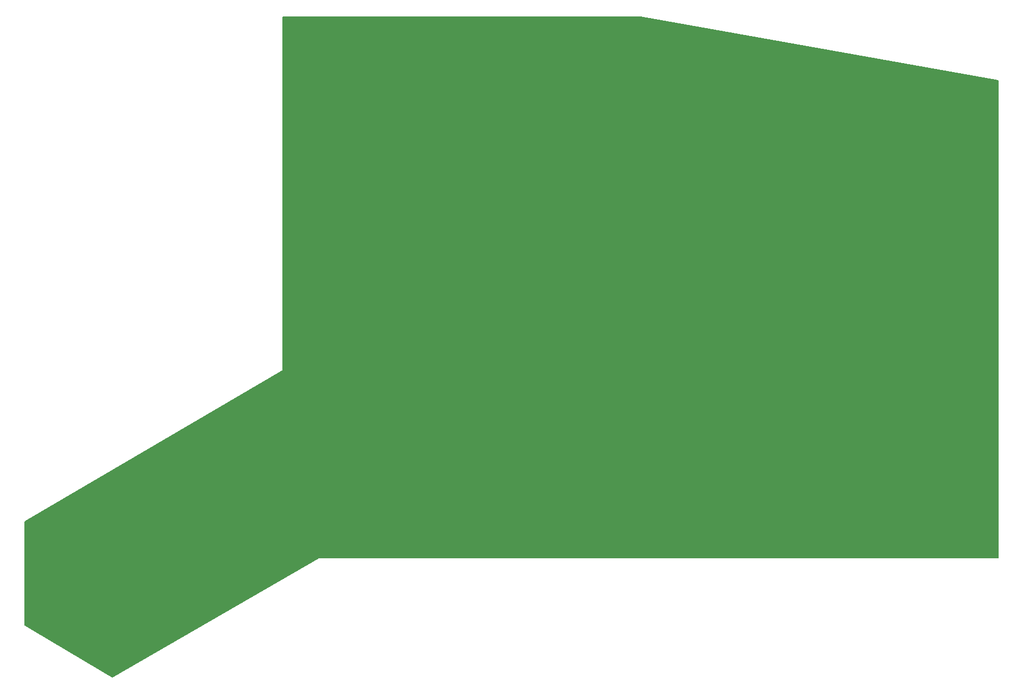
<source format=gts>
G04 #@! TF.GenerationSoftware,KiCad,Pcbnew,5.0.2-bee76a0~70~ubuntu18.04.1*
G04 #@! TF.CreationDate,2019-07-25T01:53:21+09:00*
G04 #@! TF.ProjectId,top,746f702e-6b69-4636-9164-5f7063625858,rev?*
G04 #@! TF.SameCoordinates,Original*
G04 #@! TF.FileFunction,Soldermask,Top*
G04 #@! TF.FilePolarity,Negative*
%FSLAX46Y46*%
G04 Gerber Fmt 4.6, Leading zero omitted, Abs format (unit mm)*
G04 Created by KiCad (PCBNEW 5.0.2-bee76a0~70~ubuntu18.04.1) date 2019年07月25日 01時53分21秒*
%MOMM*%
%LPD*%
G01*
G04 APERTURE LIST*
%ADD10C,0.150000*%
%ADD11C,0.100000*%
G04 APERTURE END LIST*
D10*
G36*
X55880000Y-101600000D02*
X55880000Y-118110000D01*
X69850000Y-126365000D01*
X102870000Y-107315000D01*
X211455000Y-107315000D01*
X211455000Y-31115000D01*
X154305000Y-20955000D01*
X97155000Y-20955000D01*
X97155000Y-77470000D01*
X55880000Y-101600000D01*
G37*
X55880000Y-101600000D02*
X55880000Y-118110000D01*
X69850000Y-126365000D01*
X102870000Y-107315000D01*
X211455000Y-107315000D01*
X211455000Y-31115000D01*
X154305000Y-20955000D01*
X97155000Y-20955000D01*
X97155000Y-77470000D01*
X55880000Y-101600000D01*
D11*
G36*
X68986395Y-117285989D02*
X69134355Y-117347277D01*
X69267511Y-117436249D01*
X69380751Y-117549489D01*
X69469723Y-117682645D01*
X69531011Y-117830605D01*
X69562253Y-117987672D01*
X69562253Y-118147822D01*
X69531011Y-118304889D01*
X69469723Y-118452849D01*
X69380751Y-118586005D01*
X69267511Y-118699245D01*
X69134355Y-118788217D01*
X68986395Y-118849505D01*
X68829328Y-118880747D01*
X68669178Y-118880747D01*
X68512111Y-118849505D01*
X68364151Y-118788217D01*
X68230995Y-118699245D01*
X68117755Y-118586005D01*
X68028783Y-118452849D01*
X67967495Y-118304889D01*
X67936253Y-118147822D01*
X67936253Y-117987672D01*
X67967495Y-117830605D01*
X68028783Y-117682645D01*
X68117755Y-117549489D01*
X68230995Y-117436249D01*
X68364151Y-117347277D01*
X68512111Y-117285989D01*
X68669178Y-117254747D01*
X68829328Y-117254747D01*
X68986395Y-117285989D01*
X68986395Y-117285989D01*
G37*
G36*
X60923252Y-113597818D02*
X60923254Y-113597819D01*
X60923255Y-113597819D01*
X61296513Y-113752427D01*
X61296514Y-113752428D01*
X61632439Y-113976886D01*
X61918114Y-114262561D01*
X61918116Y-114262564D01*
X62142573Y-114598487D01*
X62297181Y-114971745D01*
X62376000Y-115367994D01*
X62376000Y-115772006D01*
X62297181Y-116168255D01*
X62142573Y-116541513D01*
X62142572Y-116541514D01*
X61918114Y-116877439D01*
X61632439Y-117163114D01*
X61632436Y-117163116D01*
X61296513Y-117387573D01*
X60923255Y-117542181D01*
X60923254Y-117542181D01*
X60923252Y-117542182D01*
X60527007Y-117621000D01*
X60122993Y-117621000D01*
X59726748Y-117542182D01*
X59726746Y-117542181D01*
X59726745Y-117542181D01*
X59353487Y-117387573D01*
X59017564Y-117163116D01*
X59017561Y-117163114D01*
X58731886Y-116877439D01*
X58507428Y-116541514D01*
X58507427Y-116541513D01*
X58352819Y-116168255D01*
X58274000Y-115772006D01*
X58274000Y-115367994D01*
X58352819Y-114971745D01*
X58507427Y-114598487D01*
X58731884Y-114262564D01*
X58731886Y-114262561D01*
X59017561Y-113976886D01*
X59353486Y-113752428D01*
X59353487Y-113752427D01*
X59726745Y-113597819D01*
X59726746Y-113597819D01*
X59726748Y-113597818D01*
X60122993Y-113519000D01*
X60527007Y-113519000D01*
X60923252Y-113597818D01*
X60923252Y-113597818D01*
G37*
G36*
X80204889Y-110808989D02*
X80352849Y-110870277D01*
X80486005Y-110959249D01*
X80599245Y-111072489D01*
X80688217Y-111205645D01*
X80749505Y-111353605D01*
X80780747Y-111510672D01*
X80780747Y-111670822D01*
X80749505Y-111827889D01*
X80688217Y-111975849D01*
X80599245Y-112109005D01*
X80486005Y-112222245D01*
X80352849Y-112311217D01*
X80204889Y-112372505D01*
X80047822Y-112403747D01*
X79887672Y-112403747D01*
X79730605Y-112372505D01*
X79582645Y-112311217D01*
X79449489Y-112222245D01*
X79336249Y-112109005D01*
X79247277Y-111975849D01*
X79185989Y-111827889D01*
X79154747Y-111670822D01*
X79154747Y-111510672D01*
X79185989Y-111353605D01*
X79247277Y-111205645D01*
X79336249Y-111072489D01*
X79449489Y-110959249D01*
X79582645Y-110870277D01*
X79730605Y-110808989D01*
X79887672Y-110777747D01*
X80047822Y-110777747D01*
X80204889Y-110808989D01*
X80204889Y-110808989D01*
G37*
G36*
X85496395Y-107760989D02*
X85644355Y-107822277D01*
X85777511Y-107911249D01*
X85890751Y-108024489D01*
X85979723Y-108157645D01*
X86041011Y-108305605D01*
X86072253Y-108462672D01*
X86072253Y-108622822D01*
X86041011Y-108779889D01*
X85979723Y-108927849D01*
X85890751Y-109061005D01*
X85777511Y-109174245D01*
X85644355Y-109263217D01*
X85496395Y-109324505D01*
X85339328Y-109355747D01*
X85179178Y-109355747D01*
X85022111Y-109324505D01*
X84874151Y-109263217D01*
X84740995Y-109174245D01*
X84627755Y-109061005D01*
X84538783Y-108927849D01*
X84477495Y-108779889D01*
X84446253Y-108622822D01*
X84446253Y-108462672D01*
X84477495Y-108305605D01*
X84538783Y-108157645D01*
X84627755Y-108024489D01*
X84740995Y-107911249D01*
X84874151Y-107822277D01*
X85022111Y-107760989D01*
X85179178Y-107729747D01*
X85339328Y-107729747D01*
X85496395Y-107760989D01*
X85496395Y-107760989D01*
G37*
G36*
X62509395Y-106067495D02*
X62657355Y-106128783D01*
X62724383Y-106173570D01*
X62750470Y-106191000D01*
X62790511Y-106217755D01*
X62903751Y-106330995D01*
X62992723Y-106464151D01*
X63054011Y-106612111D01*
X63085253Y-106769178D01*
X63085253Y-106929328D01*
X63054011Y-107086395D01*
X62992723Y-107234355D01*
X62903751Y-107367511D01*
X62790511Y-107480751D01*
X62657355Y-107569723D01*
X62509395Y-107631011D01*
X62352328Y-107662253D01*
X62192178Y-107662253D01*
X62035111Y-107631011D01*
X61887151Y-107569723D01*
X61753995Y-107480751D01*
X61640755Y-107367511D01*
X61551783Y-107234355D01*
X61490495Y-107086395D01*
X61459253Y-106929328D01*
X61459253Y-106769178D01*
X61490495Y-106612111D01*
X61551783Y-106464151D01*
X61640755Y-106330995D01*
X61753995Y-106217755D01*
X61794037Y-106191000D01*
X61820123Y-106173570D01*
X61887151Y-106128783D01*
X62035111Y-106067495D01*
X62192178Y-106036253D01*
X62352328Y-106036253D01*
X62509395Y-106067495D01*
X62509395Y-106067495D01*
G37*
G36*
X202528252Y-102167818D02*
X202528254Y-102167819D01*
X202528255Y-102167819D01*
X202901513Y-102322427D01*
X202901514Y-102322428D01*
X203237439Y-102546886D01*
X203523114Y-102832561D01*
X203523116Y-102832564D01*
X203747573Y-103168487D01*
X203902181Y-103541745D01*
X203902182Y-103541748D01*
X203981000Y-103937993D01*
X203981000Y-104342007D01*
X203978919Y-104352471D01*
X203902181Y-104738255D01*
X203747573Y-105111513D01*
X203747572Y-105111514D01*
X203523114Y-105447439D01*
X203237439Y-105733114D01*
X203237436Y-105733116D01*
X202901513Y-105957573D01*
X202528255Y-106112181D01*
X202528254Y-106112181D01*
X202528252Y-106112182D01*
X202132007Y-106191000D01*
X201727993Y-106191000D01*
X201331748Y-106112182D01*
X201331746Y-106112181D01*
X201331745Y-106112181D01*
X200958487Y-105957573D01*
X200622564Y-105733116D01*
X200622561Y-105733114D01*
X200336886Y-105447439D01*
X200112428Y-105111514D01*
X200112427Y-105111513D01*
X199957819Y-104738255D01*
X199881082Y-104352471D01*
X199879000Y-104342007D01*
X199879000Y-103937993D01*
X199957818Y-103541748D01*
X199957819Y-103541745D01*
X200112427Y-103168487D01*
X200336884Y-102832564D01*
X200336886Y-102832561D01*
X200622561Y-102546886D01*
X200958486Y-102322428D01*
X200958487Y-102322427D01*
X201331745Y-102167819D01*
X201331746Y-102167819D01*
X201331748Y-102167818D01*
X201727993Y-102089000D01*
X202132007Y-102089000D01*
X202528252Y-102167818D01*
X202528252Y-102167818D01*
G37*
G36*
X106155142Y-102850242D02*
X106303102Y-102911530D01*
X106436258Y-103000502D01*
X106549498Y-103113742D01*
X106638470Y-103246898D01*
X106699758Y-103394858D01*
X106731000Y-103551925D01*
X106731000Y-103712075D01*
X106699758Y-103869142D01*
X106638470Y-104017102D01*
X106549498Y-104150258D01*
X106436258Y-104263498D01*
X106303102Y-104352470D01*
X106155142Y-104413758D01*
X105998075Y-104445000D01*
X105837925Y-104445000D01*
X105680858Y-104413758D01*
X105532898Y-104352470D01*
X105399742Y-104263498D01*
X105286502Y-104150258D01*
X105197530Y-104017102D01*
X105136242Y-103869142D01*
X105105000Y-103712075D01*
X105105000Y-103551925D01*
X105136242Y-103394858D01*
X105197530Y-103246898D01*
X105286502Y-103113742D01*
X105399742Y-103000502D01*
X105532898Y-102911530D01*
X105680858Y-102850242D01*
X105837925Y-102819000D01*
X105998075Y-102819000D01*
X106155142Y-102850242D01*
X106155142Y-102850242D01*
G37*
G36*
X119109142Y-102850242D02*
X119257102Y-102911530D01*
X119390258Y-103000502D01*
X119503498Y-103113742D01*
X119592470Y-103246898D01*
X119653758Y-103394858D01*
X119685000Y-103551925D01*
X119685000Y-103712075D01*
X119653758Y-103869142D01*
X119592470Y-104017102D01*
X119503498Y-104150258D01*
X119390258Y-104263498D01*
X119257102Y-104352470D01*
X119109142Y-104413758D01*
X118952075Y-104445000D01*
X118791925Y-104445000D01*
X118634858Y-104413758D01*
X118486898Y-104352470D01*
X118353742Y-104263498D01*
X118240502Y-104150258D01*
X118151530Y-104017102D01*
X118090242Y-103869142D01*
X118059000Y-103712075D01*
X118059000Y-103551925D01*
X118090242Y-103394858D01*
X118151530Y-103246898D01*
X118240502Y-103113742D01*
X118353742Y-103000502D01*
X118486898Y-102911530D01*
X118634858Y-102850242D01*
X118791925Y-102819000D01*
X118952075Y-102819000D01*
X119109142Y-102850242D01*
X119109142Y-102850242D01*
G37*
G36*
X96714889Y-101283989D02*
X96862849Y-101345277D01*
X96996005Y-101434249D01*
X97109245Y-101547489D01*
X97198217Y-101680645D01*
X97259505Y-101828605D01*
X97290747Y-101985672D01*
X97290747Y-102145822D01*
X97259505Y-102302889D01*
X97212101Y-102417330D01*
X97198218Y-102450847D01*
X97134049Y-102546884D01*
X97109245Y-102584005D01*
X96996005Y-102697245D01*
X96862849Y-102786217D01*
X96714889Y-102847505D01*
X96557822Y-102878747D01*
X96397672Y-102878747D01*
X96240605Y-102847505D01*
X96092645Y-102786217D01*
X95959489Y-102697245D01*
X95846249Y-102584005D01*
X95821446Y-102546884D01*
X95757276Y-102450847D01*
X95743393Y-102417330D01*
X95695989Y-102302889D01*
X95664747Y-102145822D01*
X95664747Y-101985672D01*
X95695989Y-101828605D01*
X95757277Y-101680645D01*
X95846249Y-101547489D01*
X95959489Y-101434249D01*
X96092645Y-101345277D01*
X96240605Y-101283989D01*
X96397672Y-101252747D01*
X96557822Y-101252747D01*
X96714889Y-101283989D01*
X96714889Y-101283989D01*
G37*
G36*
X73727889Y-99590495D02*
X73875849Y-99651783D01*
X74009005Y-99740755D01*
X74122245Y-99853995D01*
X74211217Y-99987151D01*
X74272505Y-100135111D01*
X74303747Y-100292178D01*
X74303747Y-100452328D01*
X74272505Y-100609395D01*
X74211217Y-100757355D01*
X74122245Y-100890511D01*
X74009005Y-101003751D01*
X73875849Y-101092723D01*
X73727889Y-101154011D01*
X73570822Y-101185253D01*
X73410672Y-101185253D01*
X73253605Y-101154011D01*
X73105645Y-101092723D01*
X72972489Y-101003751D01*
X72859249Y-100890511D01*
X72770277Y-100757355D01*
X72708989Y-100609395D01*
X72677747Y-100452328D01*
X72677747Y-100292178D01*
X72708989Y-100135111D01*
X72770277Y-99987151D01*
X72859249Y-99853995D01*
X72972489Y-99740755D01*
X73105645Y-99651783D01*
X73253605Y-99590495D01*
X73410672Y-99559253D01*
X73570822Y-99559253D01*
X73727889Y-99590495D01*
X73727889Y-99590495D01*
G37*
G36*
X125205142Y-99040242D02*
X125353102Y-99101530D01*
X125486258Y-99190502D01*
X125599498Y-99303742D01*
X125688470Y-99436898D01*
X125749758Y-99584858D01*
X125781000Y-99741925D01*
X125781000Y-99902075D01*
X125749758Y-100059142D01*
X125688470Y-100207102D01*
X125599498Y-100340258D01*
X125486258Y-100453498D01*
X125353102Y-100542470D01*
X125205142Y-100603758D01*
X125048075Y-100635000D01*
X124887925Y-100635000D01*
X124730858Y-100603758D01*
X124582898Y-100542470D01*
X124449742Y-100453498D01*
X124336502Y-100340258D01*
X124247530Y-100207102D01*
X124186242Y-100059142D01*
X124155000Y-99902075D01*
X124155000Y-99741925D01*
X124186242Y-99584858D01*
X124247530Y-99436898D01*
X124336502Y-99303742D01*
X124449742Y-99190502D01*
X124582898Y-99101530D01*
X124730858Y-99040242D01*
X124887925Y-99009000D01*
X125048075Y-99009000D01*
X125205142Y-99040242D01*
X125205142Y-99040242D01*
G37*
G36*
X138159142Y-99040242D02*
X138307102Y-99101530D01*
X138440258Y-99190502D01*
X138553498Y-99303742D01*
X138642470Y-99436898D01*
X138703758Y-99584858D01*
X138735000Y-99741925D01*
X138735000Y-99902075D01*
X138703758Y-100059142D01*
X138642470Y-100207102D01*
X138553498Y-100340258D01*
X138440258Y-100453498D01*
X138307102Y-100542470D01*
X138159142Y-100603758D01*
X138002075Y-100635000D01*
X137841925Y-100635000D01*
X137684858Y-100603758D01*
X137536898Y-100542470D01*
X137403742Y-100453498D01*
X137290502Y-100340258D01*
X137201530Y-100207102D01*
X137140242Y-100059142D01*
X137109000Y-99902075D01*
X137109000Y-99741925D01*
X137140242Y-99584858D01*
X137201530Y-99436898D01*
X137290502Y-99303742D01*
X137403742Y-99190502D01*
X137536898Y-99101530D01*
X137684858Y-99040242D01*
X137841925Y-99009000D01*
X138002075Y-99009000D01*
X138159142Y-99040242D01*
X138159142Y-99040242D01*
G37*
G36*
X208644142Y-97135242D02*
X208792102Y-97196530D01*
X208859130Y-97241317D01*
X208925257Y-97285501D01*
X209038499Y-97398743D01*
X209082683Y-97464870D01*
X209127470Y-97531898D01*
X209188758Y-97679858D01*
X209220000Y-97836925D01*
X209220000Y-97997075D01*
X209188758Y-98154142D01*
X209127470Y-98302102D01*
X209038498Y-98435258D01*
X208925258Y-98548498D01*
X208792102Y-98637470D01*
X208644142Y-98698758D01*
X208487075Y-98730000D01*
X208326925Y-98730000D01*
X208169858Y-98698758D01*
X208021898Y-98637470D01*
X207888742Y-98548498D01*
X207775502Y-98435258D01*
X207686530Y-98302102D01*
X207625242Y-98154142D01*
X207594000Y-97997075D01*
X207594000Y-97836925D01*
X207625242Y-97679858D01*
X207686530Y-97531898D01*
X207731317Y-97464870D01*
X207775501Y-97398743D01*
X207888743Y-97285501D01*
X207954870Y-97241317D01*
X208021898Y-97196530D01*
X208169858Y-97135242D01*
X208326925Y-97104000D01*
X208487075Y-97104000D01*
X208644142Y-97135242D01*
X208644142Y-97135242D01*
G37*
G36*
X195690142Y-97135242D02*
X195838102Y-97196530D01*
X195905130Y-97241317D01*
X195971257Y-97285501D01*
X196084499Y-97398743D01*
X196128683Y-97464870D01*
X196173470Y-97531898D01*
X196234758Y-97679858D01*
X196266000Y-97836925D01*
X196266000Y-97997075D01*
X196234758Y-98154142D01*
X196173470Y-98302102D01*
X196084498Y-98435258D01*
X195971258Y-98548498D01*
X195838102Y-98637470D01*
X195690142Y-98698758D01*
X195533075Y-98730000D01*
X195372925Y-98730000D01*
X195215858Y-98698758D01*
X195067898Y-98637470D01*
X194934742Y-98548498D01*
X194821502Y-98435258D01*
X194732530Y-98302102D01*
X194671242Y-98154142D01*
X194640000Y-97997075D01*
X194640000Y-97836925D01*
X194671242Y-97679858D01*
X194732530Y-97531898D01*
X194777317Y-97464870D01*
X194821501Y-97398743D01*
X194934743Y-97285501D01*
X195000870Y-97241317D01*
X195067898Y-97196530D01*
X195215858Y-97135242D01*
X195372925Y-97104000D01*
X195533075Y-97104000D01*
X195690142Y-97135242D01*
X195690142Y-97135242D01*
G37*
G36*
X79019395Y-96542495D02*
X79167355Y-96603783D01*
X79300511Y-96692755D01*
X79413751Y-96805995D01*
X79502723Y-96939151D01*
X79564011Y-97087111D01*
X79595253Y-97244178D01*
X79595253Y-97404328D01*
X79564011Y-97561395D01*
X79516607Y-97675836D01*
X79502724Y-97709353D01*
X79417484Y-97836925D01*
X79413751Y-97842511D01*
X79300511Y-97955751D01*
X79167355Y-98044723D01*
X79019395Y-98106011D01*
X78862328Y-98137253D01*
X78702178Y-98137253D01*
X78545111Y-98106011D01*
X78397151Y-98044723D01*
X78263995Y-97955751D01*
X78150755Y-97842511D01*
X78147023Y-97836925D01*
X78061782Y-97709353D01*
X78047899Y-97675836D01*
X78000495Y-97561395D01*
X77969253Y-97404328D01*
X77969253Y-97244178D01*
X78000495Y-97087111D01*
X78061783Y-96939151D01*
X78150755Y-96805995D01*
X78263995Y-96692755D01*
X78397151Y-96603783D01*
X78545111Y-96542495D01*
X78702178Y-96511253D01*
X78862328Y-96511253D01*
X79019395Y-96542495D01*
X79019395Y-96542495D01*
G37*
G36*
X90237889Y-90065495D02*
X90385849Y-90126783D01*
X90519005Y-90215755D01*
X90632245Y-90328995D01*
X90721217Y-90462151D01*
X90782505Y-90610111D01*
X90813747Y-90767178D01*
X90813747Y-90927328D01*
X90782505Y-91084395D01*
X90721217Y-91232355D01*
X90632245Y-91365511D01*
X90519005Y-91478751D01*
X90385849Y-91567723D01*
X90237889Y-91629011D01*
X90080822Y-91660253D01*
X89920672Y-91660253D01*
X89763605Y-91629011D01*
X89615645Y-91567723D01*
X89482489Y-91478751D01*
X89369249Y-91365511D01*
X89280277Y-91232355D01*
X89218989Y-91084395D01*
X89187747Y-90927328D01*
X89187747Y-90767178D01*
X89218989Y-90610111D01*
X89280277Y-90462151D01*
X89369249Y-90328995D01*
X89482489Y-90215755D01*
X89615645Y-90126783D01*
X89763605Y-90065495D01*
X89920672Y-90034253D01*
X90080822Y-90034253D01*
X90237889Y-90065495D01*
X90237889Y-90065495D01*
G37*
G36*
X106155142Y-89896242D02*
X106303102Y-89957530D01*
X106436258Y-90046502D01*
X106549498Y-90159742D01*
X106638470Y-90292898D01*
X106699758Y-90440858D01*
X106731000Y-90597925D01*
X106731000Y-90758075D01*
X106699758Y-90915142D01*
X106638470Y-91063102D01*
X106549498Y-91196258D01*
X106436258Y-91309498D01*
X106303102Y-91398470D01*
X106155142Y-91459758D01*
X105998075Y-91491000D01*
X105837925Y-91491000D01*
X105680858Y-91459758D01*
X105532898Y-91398470D01*
X105399742Y-91309498D01*
X105286502Y-91196258D01*
X105197530Y-91063102D01*
X105136242Y-90915142D01*
X105105000Y-90758075D01*
X105105000Y-90597925D01*
X105136242Y-90440858D01*
X105197530Y-90292898D01*
X105286502Y-90159742D01*
X105399742Y-90046502D01*
X105532898Y-89957530D01*
X105680858Y-89896242D01*
X105837925Y-89865000D01*
X105998075Y-89865000D01*
X106155142Y-89896242D01*
X106155142Y-89896242D01*
G37*
G36*
X119109142Y-89896242D02*
X119257102Y-89957530D01*
X119390258Y-90046502D01*
X119503498Y-90159742D01*
X119592470Y-90292898D01*
X119653758Y-90440858D01*
X119685000Y-90597925D01*
X119685000Y-90758075D01*
X119653758Y-90915142D01*
X119592470Y-91063102D01*
X119503498Y-91196258D01*
X119390258Y-91309498D01*
X119257102Y-91398470D01*
X119109142Y-91459758D01*
X118952075Y-91491000D01*
X118791925Y-91491000D01*
X118634858Y-91459758D01*
X118486898Y-91398470D01*
X118353742Y-91309498D01*
X118240502Y-91196258D01*
X118151530Y-91063102D01*
X118090242Y-90915142D01*
X118059000Y-90758075D01*
X118059000Y-90597925D01*
X118090242Y-90440858D01*
X118151530Y-90292898D01*
X118240502Y-90159742D01*
X118353742Y-90046502D01*
X118486898Y-89957530D01*
X118634858Y-89896242D01*
X118791925Y-89865000D01*
X118952075Y-89865000D01*
X119109142Y-89896242D01*
X119109142Y-89896242D01*
G37*
G36*
X176640142Y-87610242D02*
X176788102Y-87671530D01*
X176921258Y-87760502D01*
X177034498Y-87873742D01*
X177123470Y-88006898D01*
X177184758Y-88154858D01*
X177216000Y-88311925D01*
X177216000Y-88472075D01*
X177184758Y-88629142D01*
X177123470Y-88777102D01*
X177034498Y-88910258D01*
X176921258Y-89023498D01*
X176788102Y-89112470D01*
X176640142Y-89173758D01*
X176483075Y-89205000D01*
X176322925Y-89205000D01*
X176165858Y-89173758D01*
X176017898Y-89112470D01*
X175884742Y-89023498D01*
X175771502Y-88910258D01*
X175682530Y-88777102D01*
X175621242Y-88629142D01*
X175590000Y-88472075D01*
X175590000Y-88311925D01*
X175621242Y-88154858D01*
X175682530Y-88006898D01*
X175771502Y-87873742D01*
X175884742Y-87760502D01*
X176017898Y-87671530D01*
X176165858Y-87610242D01*
X176322925Y-87579000D01*
X176483075Y-87579000D01*
X176640142Y-87610242D01*
X176640142Y-87610242D01*
G37*
G36*
X189594142Y-87610242D02*
X189742102Y-87671530D01*
X189875258Y-87760502D01*
X189988498Y-87873742D01*
X190077470Y-88006898D01*
X190138758Y-88154858D01*
X190170000Y-88311925D01*
X190170000Y-88472075D01*
X190138758Y-88629142D01*
X190077470Y-88777102D01*
X189988498Y-88910258D01*
X189875258Y-89023498D01*
X189742102Y-89112470D01*
X189594142Y-89173758D01*
X189437075Y-89205000D01*
X189276925Y-89205000D01*
X189119858Y-89173758D01*
X188971898Y-89112470D01*
X188838742Y-89023498D01*
X188725502Y-88910258D01*
X188636530Y-88777102D01*
X188575242Y-88629142D01*
X188544000Y-88472075D01*
X188544000Y-88311925D01*
X188575242Y-88154858D01*
X188636530Y-88006898D01*
X188725502Y-87873742D01*
X188838742Y-87760502D01*
X188971898Y-87671530D01*
X189119858Y-87610242D01*
X189276925Y-87579000D01*
X189437075Y-87579000D01*
X189594142Y-87610242D01*
X189594142Y-87610242D01*
G37*
G36*
X125205142Y-86086242D02*
X125353102Y-86147530D01*
X125486258Y-86236502D01*
X125599498Y-86349742D01*
X125688470Y-86482898D01*
X125749758Y-86630858D01*
X125781000Y-86787925D01*
X125781000Y-86948075D01*
X125749758Y-87105142D01*
X125688470Y-87253102D01*
X125599498Y-87386258D01*
X125486258Y-87499498D01*
X125353102Y-87588470D01*
X125205142Y-87649758D01*
X125048075Y-87681000D01*
X124887925Y-87681000D01*
X124730858Y-87649758D01*
X124582898Y-87588470D01*
X124449742Y-87499498D01*
X124336502Y-87386258D01*
X124247530Y-87253102D01*
X124186242Y-87105142D01*
X124155000Y-86948075D01*
X124155000Y-86787925D01*
X124186242Y-86630858D01*
X124247530Y-86482898D01*
X124336502Y-86349742D01*
X124449742Y-86236502D01*
X124582898Y-86147530D01*
X124730858Y-86086242D01*
X124887925Y-86055000D01*
X125048075Y-86055000D01*
X125205142Y-86086242D01*
X125205142Y-86086242D01*
G37*
G36*
X138159142Y-86086242D02*
X138307102Y-86147530D01*
X138440258Y-86236502D01*
X138553498Y-86349742D01*
X138642470Y-86482898D01*
X138703758Y-86630858D01*
X138735000Y-86787925D01*
X138735000Y-86948075D01*
X138703758Y-87105142D01*
X138642470Y-87253102D01*
X138553498Y-87386258D01*
X138440258Y-87499498D01*
X138307102Y-87588470D01*
X138159142Y-87649758D01*
X138002075Y-87681000D01*
X137841925Y-87681000D01*
X137684858Y-87649758D01*
X137536898Y-87588470D01*
X137403742Y-87499498D01*
X137290502Y-87386258D01*
X137201530Y-87253102D01*
X137140242Y-87105142D01*
X137109000Y-86948075D01*
X137109000Y-86787925D01*
X137140242Y-86630858D01*
X137201530Y-86482898D01*
X137290502Y-86349742D01*
X137403742Y-86236502D01*
X137536898Y-86147530D01*
X137684858Y-86086242D01*
X137841925Y-86055000D01*
X138002075Y-86055000D01*
X138159142Y-86086242D01*
X138159142Y-86086242D01*
G37*
G36*
X195690142Y-84181242D02*
X195838102Y-84242530D01*
X195971258Y-84331502D01*
X196084498Y-84444742D01*
X196173470Y-84577898D01*
X196234758Y-84725858D01*
X196266000Y-84882925D01*
X196266000Y-85043075D01*
X196234758Y-85200142D01*
X196173470Y-85348102D01*
X196084498Y-85481258D01*
X195971258Y-85594498D01*
X195838102Y-85683470D01*
X195690142Y-85744758D01*
X195533075Y-85776000D01*
X195372925Y-85776000D01*
X195215858Y-85744758D01*
X195067898Y-85683470D01*
X194934742Y-85594498D01*
X194821502Y-85481258D01*
X194732530Y-85348102D01*
X194671242Y-85200142D01*
X194640000Y-85043075D01*
X194640000Y-84882925D01*
X194671242Y-84725858D01*
X194732530Y-84577898D01*
X194821502Y-84444742D01*
X194934742Y-84331502D01*
X195067898Y-84242530D01*
X195215858Y-84181242D01*
X195372925Y-84150000D01*
X195533075Y-84150000D01*
X195690142Y-84181242D01*
X195690142Y-84181242D01*
G37*
G36*
X208644142Y-84181242D02*
X208792102Y-84242530D01*
X208925258Y-84331502D01*
X209038498Y-84444742D01*
X209127470Y-84577898D01*
X209188758Y-84725858D01*
X209220000Y-84882925D01*
X209220000Y-85043075D01*
X209188758Y-85200142D01*
X209127470Y-85348102D01*
X209038498Y-85481258D01*
X208925258Y-85594498D01*
X208792102Y-85683470D01*
X208644142Y-85744758D01*
X208487075Y-85776000D01*
X208326925Y-85776000D01*
X208169858Y-85744758D01*
X208021898Y-85683470D01*
X207888742Y-85594498D01*
X207775502Y-85481258D01*
X207686530Y-85348102D01*
X207625242Y-85200142D01*
X207594000Y-85043075D01*
X207594000Y-84882925D01*
X207625242Y-84725858D01*
X207686530Y-84577898D01*
X207775502Y-84444742D01*
X207888742Y-84331502D01*
X208021898Y-84242530D01*
X208169858Y-84181242D01*
X208326925Y-84150000D01*
X208487075Y-84150000D01*
X208644142Y-84181242D01*
X208644142Y-84181242D01*
G37*
G36*
X113394142Y-81895242D02*
X113542102Y-81956530D01*
X113675258Y-82045502D01*
X113788498Y-82158742D01*
X113877470Y-82291898D01*
X113938758Y-82439858D01*
X113970000Y-82596925D01*
X113970000Y-82757075D01*
X113938758Y-82914142D01*
X113877470Y-83062102D01*
X113788498Y-83195258D01*
X113675258Y-83308498D01*
X113542102Y-83397470D01*
X113394142Y-83458758D01*
X113237075Y-83490000D01*
X113076925Y-83490000D01*
X112919858Y-83458758D01*
X112771898Y-83397470D01*
X112638742Y-83308498D01*
X112525502Y-83195258D01*
X112436530Y-83062102D01*
X112375242Y-82914142D01*
X112344000Y-82757075D01*
X112344000Y-82596925D01*
X112375242Y-82439858D01*
X112436530Y-82291898D01*
X112525502Y-82158742D01*
X112638742Y-82045502D01*
X112771898Y-81956530D01*
X112919858Y-81895242D01*
X113076925Y-81864000D01*
X113237075Y-81864000D01*
X113394142Y-81895242D01*
X113394142Y-81895242D01*
G37*
G36*
X100440142Y-81895242D02*
X100588102Y-81956530D01*
X100721258Y-82045502D01*
X100834498Y-82158742D01*
X100923470Y-82291898D01*
X100984758Y-82439858D01*
X101016000Y-82596925D01*
X101016000Y-82757075D01*
X100984758Y-82914142D01*
X100923470Y-83062102D01*
X100834498Y-83195258D01*
X100721258Y-83308498D01*
X100588102Y-83397470D01*
X100440142Y-83458758D01*
X100283075Y-83490000D01*
X100122925Y-83490000D01*
X99965858Y-83458758D01*
X99817898Y-83397470D01*
X99684742Y-83308498D01*
X99571502Y-83195258D01*
X99482530Y-83062102D01*
X99421242Y-82914142D01*
X99390000Y-82757075D01*
X99390000Y-82596925D01*
X99421242Y-82439858D01*
X99482530Y-82291898D01*
X99571502Y-82158742D01*
X99684742Y-82045502D01*
X99817898Y-81956530D01*
X99965858Y-81895242D01*
X100122925Y-81864000D01*
X100283075Y-81864000D01*
X100440142Y-81895242D01*
X100440142Y-81895242D01*
G37*
G36*
X157590142Y-78085242D02*
X157738102Y-78146530D01*
X157871258Y-78235502D01*
X157984498Y-78348742D01*
X158073470Y-78481898D01*
X158134758Y-78629858D01*
X158166000Y-78786925D01*
X158166000Y-78947075D01*
X158134758Y-79104142D01*
X158073470Y-79252102D01*
X157984498Y-79385258D01*
X157871258Y-79498498D01*
X157738102Y-79587470D01*
X157590142Y-79648758D01*
X157433075Y-79680000D01*
X157272925Y-79680000D01*
X157115858Y-79648758D01*
X156967898Y-79587470D01*
X156834742Y-79498498D01*
X156721502Y-79385258D01*
X156632530Y-79252102D01*
X156571242Y-79104142D01*
X156540000Y-78947075D01*
X156540000Y-78786925D01*
X156571242Y-78629858D01*
X156632530Y-78481898D01*
X156721502Y-78348742D01*
X156834742Y-78235502D01*
X156967898Y-78146530D01*
X157115858Y-78085242D01*
X157272925Y-78054000D01*
X157433075Y-78054000D01*
X157590142Y-78085242D01*
X157590142Y-78085242D01*
G37*
G36*
X170544142Y-78085242D02*
X170692102Y-78146530D01*
X170825258Y-78235502D01*
X170938498Y-78348742D01*
X171027470Y-78481898D01*
X171088758Y-78629858D01*
X171120000Y-78786925D01*
X171120000Y-78947075D01*
X171088758Y-79104142D01*
X171027470Y-79252102D01*
X170938498Y-79385258D01*
X170825258Y-79498498D01*
X170692102Y-79587470D01*
X170544142Y-79648758D01*
X170387075Y-79680000D01*
X170226925Y-79680000D01*
X170069858Y-79648758D01*
X169921898Y-79587470D01*
X169788742Y-79498498D01*
X169675502Y-79385258D01*
X169586530Y-79252102D01*
X169525242Y-79104142D01*
X169494000Y-78947075D01*
X169494000Y-78786925D01*
X169525242Y-78629858D01*
X169586530Y-78481898D01*
X169675502Y-78348742D01*
X169788742Y-78235502D01*
X169921898Y-78146530D01*
X170069858Y-78085242D01*
X170226925Y-78054000D01*
X170387075Y-78054000D01*
X170544142Y-78085242D01*
X170544142Y-78085242D01*
G37*
G36*
X195690142Y-78085242D02*
X195838102Y-78146530D01*
X195971258Y-78235502D01*
X196084498Y-78348742D01*
X196173470Y-78481898D01*
X196234758Y-78629858D01*
X196266000Y-78786925D01*
X196266000Y-78947075D01*
X196234758Y-79104142D01*
X196173470Y-79252102D01*
X196084498Y-79385258D01*
X195971258Y-79498498D01*
X195838102Y-79587470D01*
X195690142Y-79648758D01*
X195533075Y-79680000D01*
X195372925Y-79680000D01*
X195215858Y-79648758D01*
X195067898Y-79587470D01*
X194934742Y-79498498D01*
X194821502Y-79385258D01*
X194732530Y-79252102D01*
X194671242Y-79104142D01*
X194640000Y-78947075D01*
X194640000Y-78786925D01*
X194671242Y-78629858D01*
X194732530Y-78481898D01*
X194821502Y-78348742D01*
X194934742Y-78235502D01*
X195067898Y-78146530D01*
X195215858Y-78085242D01*
X195372925Y-78054000D01*
X195533075Y-78054000D01*
X195690142Y-78085242D01*
X195690142Y-78085242D01*
G37*
G36*
X208644142Y-78085242D02*
X208792102Y-78146530D01*
X208925258Y-78235502D01*
X209038498Y-78348742D01*
X209127470Y-78481898D01*
X209188758Y-78629858D01*
X209220000Y-78786925D01*
X209220000Y-78947075D01*
X209188758Y-79104142D01*
X209127470Y-79252102D01*
X209038498Y-79385258D01*
X208925258Y-79498498D01*
X208792102Y-79587470D01*
X208644142Y-79648758D01*
X208487075Y-79680000D01*
X208326925Y-79680000D01*
X208169858Y-79648758D01*
X208021898Y-79587470D01*
X207888742Y-79498498D01*
X207775502Y-79385258D01*
X207686530Y-79252102D01*
X207625242Y-79104142D01*
X207594000Y-78947075D01*
X207594000Y-78786925D01*
X207625242Y-78629858D01*
X207686530Y-78481898D01*
X207775502Y-78348742D01*
X207888742Y-78235502D01*
X208021898Y-78146530D01*
X208169858Y-78085242D01*
X208326925Y-78054000D01*
X208487075Y-78054000D01*
X208644142Y-78085242D01*
X208644142Y-78085242D01*
G37*
G36*
X132444142Y-78085242D02*
X132592102Y-78146530D01*
X132725258Y-78235502D01*
X132838498Y-78348742D01*
X132927470Y-78481898D01*
X132988758Y-78629858D01*
X133020000Y-78786925D01*
X133020000Y-78947075D01*
X132988758Y-79104142D01*
X132927470Y-79252102D01*
X132838498Y-79385258D01*
X132725258Y-79498498D01*
X132592102Y-79587470D01*
X132444142Y-79648758D01*
X132287075Y-79680000D01*
X132126925Y-79680000D01*
X131969858Y-79648758D01*
X131821898Y-79587470D01*
X131688742Y-79498498D01*
X131575502Y-79385258D01*
X131486530Y-79252102D01*
X131425242Y-79104142D01*
X131394000Y-78947075D01*
X131394000Y-78786925D01*
X131425242Y-78629858D01*
X131486530Y-78481898D01*
X131575502Y-78348742D01*
X131688742Y-78235502D01*
X131821898Y-78146530D01*
X131969858Y-78085242D01*
X132126925Y-78054000D01*
X132287075Y-78054000D01*
X132444142Y-78085242D01*
X132444142Y-78085242D01*
G37*
G36*
X119490142Y-78085242D02*
X119638102Y-78146530D01*
X119771258Y-78235502D01*
X119884498Y-78348742D01*
X119973470Y-78481898D01*
X120034758Y-78629858D01*
X120066000Y-78786925D01*
X120066000Y-78947075D01*
X120034758Y-79104142D01*
X119973470Y-79252102D01*
X119884498Y-79385258D01*
X119771258Y-79498498D01*
X119638102Y-79587470D01*
X119490142Y-79648758D01*
X119333075Y-79680000D01*
X119172925Y-79680000D01*
X119015858Y-79648758D01*
X118867898Y-79587470D01*
X118734742Y-79498498D01*
X118621502Y-79385258D01*
X118532530Y-79252102D01*
X118471242Y-79104142D01*
X118440000Y-78947075D01*
X118440000Y-78786925D01*
X118471242Y-78629858D01*
X118532530Y-78481898D01*
X118621502Y-78348742D01*
X118734742Y-78235502D01*
X118867898Y-78146530D01*
X119015858Y-78085242D01*
X119172925Y-78054000D01*
X119333075Y-78054000D01*
X119490142Y-78085242D01*
X119490142Y-78085242D01*
G37*
G36*
X189594142Y-74656242D02*
X189742102Y-74717530D01*
X189809130Y-74762317D01*
X189875257Y-74806501D01*
X189988499Y-74919743D01*
X190026707Y-74976926D01*
X190077470Y-75052898D01*
X190138758Y-75200858D01*
X190170000Y-75357925D01*
X190170000Y-75518075D01*
X190138758Y-75675142D01*
X190077470Y-75823102D01*
X189988498Y-75956258D01*
X189875258Y-76069498D01*
X189742102Y-76158470D01*
X189594142Y-76219758D01*
X189437075Y-76251000D01*
X189276925Y-76251000D01*
X189119858Y-76219758D01*
X188971898Y-76158470D01*
X188838742Y-76069498D01*
X188725502Y-75956258D01*
X188636530Y-75823102D01*
X188575242Y-75675142D01*
X188544000Y-75518075D01*
X188544000Y-75357925D01*
X188575242Y-75200858D01*
X188636530Y-75052898D01*
X188687293Y-74976926D01*
X188725501Y-74919743D01*
X188838743Y-74806501D01*
X188904870Y-74762317D01*
X188971898Y-74717530D01*
X189119858Y-74656242D01*
X189276925Y-74625000D01*
X189437075Y-74625000D01*
X189594142Y-74656242D01*
X189594142Y-74656242D01*
G37*
G36*
X176640142Y-74656242D02*
X176788102Y-74717530D01*
X176855130Y-74762317D01*
X176921257Y-74806501D01*
X177034499Y-74919743D01*
X177072707Y-74976926D01*
X177123470Y-75052898D01*
X177184758Y-75200858D01*
X177216000Y-75357925D01*
X177216000Y-75518075D01*
X177184758Y-75675142D01*
X177123470Y-75823102D01*
X177034498Y-75956258D01*
X176921258Y-76069498D01*
X176788102Y-76158470D01*
X176640142Y-76219758D01*
X176483075Y-76251000D01*
X176322925Y-76251000D01*
X176165858Y-76219758D01*
X176017898Y-76158470D01*
X175884742Y-76069498D01*
X175771502Y-75956258D01*
X175682530Y-75823102D01*
X175621242Y-75675142D01*
X175590000Y-75518075D01*
X175590000Y-75357925D01*
X175621242Y-75200858D01*
X175682530Y-75052898D01*
X175733293Y-74976926D01*
X175771501Y-74919743D01*
X175884743Y-74806501D01*
X175950870Y-74762317D01*
X176017898Y-74717530D01*
X176165858Y-74656242D01*
X176322925Y-74625000D01*
X176483075Y-74625000D01*
X176640142Y-74656242D01*
X176640142Y-74656242D01*
G37*
G36*
X151494142Y-74275242D02*
X151642102Y-74336530D01*
X151775258Y-74425502D01*
X151888498Y-74538742D01*
X151977470Y-74671898D01*
X152038758Y-74819858D01*
X152070000Y-74976925D01*
X152070000Y-75137075D01*
X152038758Y-75294142D01*
X152012338Y-75357925D01*
X151977471Y-75442100D01*
X151926707Y-75518075D01*
X151888498Y-75575258D01*
X151775258Y-75688498D01*
X151642102Y-75777470D01*
X151494142Y-75838758D01*
X151337075Y-75870000D01*
X151176925Y-75870000D01*
X151019858Y-75838758D01*
X150871898Y-75777470D01*
X150738742Y-75688498D01*
X150625502Y-75575258D01*
X150587294Y-75518075D01*
X150536529Y-75442100D01*
X150501662Y-75357925D01*
X150475242Y-75294142D01*
X150444000Y-75137075D01*
X150444000Y-74976925D01*
X150475242Y-74819858D01*
X150536530Y-74671898D01*
X150625502Y-74538742D01*
X150738742Y-74425502D01*
X150871898Y-74336530D01*
X151019858Y-74275242D01*
X151176925Y-74244000D01*
X151337075Y-74244000D01*
X151494142Y-74275242D01*
X151494142Y-74275242D01*
G37*
G36*
X138540142Y-74275242D02*
X138688102Y-74336530D01*
X138821258Y-74425502D01*
X138934498Y-74538742D01*
X139023470Y-74671898D01*
X139084758Y-74819858D01*
X139116000Y-74976925D01*
X139116000Y-75137075D01*
X139084758Y-75294142D01*
X139058338Y-75357925D01*
X139023471Y-75442100D01*
X138972707Y-75518075D01*
X138934498Y-75575258D01*
X138821258Y-75688498D01*
X138688102Y-75777470D01*
X138540142Y-75838758D01*
X138383075Y-75870000D01*
X138222925Y-75870000D01*
X138065858Y-75838758D01*
X137917898Y-75777470D01*
X137784742Y-75688498D01*
X137671502Y-75575258D01*
X137633294Y-75518075D01*
X137582529Y-75442100D01*
X137547662Y-75357925D01*
X137521242Y-75294142D01*
X137490000Y-75137075D01*
X137490000Y-74976925D01*
X137521242Y-74819858D01*
X137582530Y-74671898D01*
X137671502Y-74538742D01*
X137784742Y-74425502D01*
X137917898Y-74336530D01*
X138065858Y-74275242D01*
X138222925Y-74244000D01*
X138383075Y-74244000D01*
X138540142Y-74275242D01*
X138540142Y-74275242D01*
G37*
G36*
X113394142Y-68941242D02*
X113542102Y-69002530D01*
X113609130Y-69047317D01*
X113675257Y-69091501D01*
X113788499Y-69204743D01*
X113826707Y-69261926D01*
X113877470Y-69337898D01*
X113938758Y-69485858D01*
X113970000Y-69642925D01*
X113970000Y-69803075D01*
X113938758Y-69960142D01*
X113877470Y-70108102D01*
X113788498Y-70241258D01*
X113675258Y-70354498D01*
X113542102Y-70443470D01*
X113394142Y-70504758D01*
X113237075Y-70536000D01*
X113076925Y-70536000D01*
X112919858Y-70504758D01*
X112771898Y-70443470D01*
X112638742Y-70354498D01*
X112525502Y-70241258D01*
X112436530Y-70108102D01*
X112375242Y-69960142D01*
X112344000Y-69803075D01*
X112344000Y-69642925D01*
X112375242Y-69485858D01*
X112436530Y-69337898D01*
X112487293Y-69261926D01*
X112525501Y-69204743D01*
X112638743Y-69091501D01*
X112704870Y-69047317D01*
X112771898Y-69002530D01*
X112919858Y-68941242D01*
X113076925Y-68910000D01*
X113237075Y-68910000D01*
X113394142Y-68941242D01*
X113394142Y-68941242D01*
G37*
G36*
X100440142Y-68941242D02*
X100588102Y-69002530D01*
X100655130Y-69047317D01*
X100721257Y-69091501D01*
X100834499Y-69204743D01*
X100872707Y-69261926D01*
X100923470Y-69337898D01*
X100984758Y-69485858D01*
X101016000Y-69642925D01*
X101016000Y-69803075D01*
X100984758Y-69960142D01*
X100923470Y-70108102D01*
X100834498Y-70241258D01*
X100721258Y-70354498D01*
X100588102Y-70443470D01*
X100440142Y-70504758D01*
X100283075Y-70536000D01*
X100122925Y-70536000D01*
X99965858Y-70504758D01*
X99817898Y-70443470D01*
X99684742Y-70354498D01*
X99571502Y-70241258D01*
X99482530Y-70108102D01*
X99421242Y-69960142D01*
X99390000Y-69803075D01*
X99390000Y-69642925D01*
X99421242Y-69485858D01*
X99482530Y-69337898D01*
X99533293Y-69261926D01*
X99571501Y-69204743D01*
X99684743Y-69091501D01*
X99750870Y-69047317D01*
X99817898Y-69002530D01*
X99965858Y-68941242D01*
X100122925Y-68910000D01*
X100283075Y-68910000D01*
X100440142Y-68941242D01*
X100440142Y-68941242D01*
G37*
G36*
X189594142Y-68560242D02*
X189742102Y-68621530D01*
X189875258Y-68710502D01*
X189988498Y-68823742D01*
X190077470Y-68956898D01*
X190138758Y-69104858D01*
X190170000Y-69261925D01*
X190170000Y-69422075D01*
X190138758Y-69579142D01*
X190112338Y-69642925D01*
X190077471Y-69727100D01*
X190026707Y-69803075D01*
X189988498Y-69860258D01*
X189875258Y-69973498D01*
X189742102Y-70062470D01*
X189594142Y-70123758D01*
X189437075Y-70155000D01*
X189276925Y-70155000D01*
X189119858Y-70123758D01*
X188971898Y-70062470D01*
X188838742Y-69973498D01*
X188725502Y-69860258D01*
X188687294Y-69803075D01*
X188636529Y-69727100D01*
X188601662Y-69642925D01*
X188575242Y-69579142D01*
X188544000Y-69422075D01*
X188544000Y-69261925D01*
X188575242Y-69104858D01*
X188636530Y-68956898D01*
X188725502Y-68823742D01*
X188838742Y-68710502D01*
X188971898Y-68621530D01*
X189119858Y-68560242D01*
X189276925Y-68529000D01*
X189437075Y-68529000D01*
X189594142Y-68560242D01*
X189594142Y-68560242D01*
G37*
G36*
X176640142Y-68560242D02*
X176788102Y-68621530D01*
X176921258Y-68710502D01*
X177034498Y-68823742D01*
X177123470Y-68956898D01*
X177184758Y-69104858D01*
X177216000Y-69261925D01*
X177216000Y-69422075D01*
X177184758Y-69579142D01*
X177158338Y-69642925D01*
X177123471Y-69727100D01*
X177072707Y-69803075D01*
X177034498Y-69860258D01*
X176921258Y-69973498D01*
X176788102Y-70062470D01*
X176640142Y-70123758D01*
X176483075Y-70155000D01*
X176322925Y-70155000D01*
X176165858Y-70123758D01*
X176017898Y-70062470D01*
X175884742Y-69973498D01*
X175771502Y-69860258D01*
X175733294Y-69803075D01*
X175682529Y-69727100D01*
X175647662Y-69642925D01*
X175621242Y-69579142D01*
X175590000Y-69422075D01*
X175590000Y-69261925D01*
X175621242Y-69104858D01*
X175682530Y-68956898D01*
X175771502Y-68823742D01*
X175884742Y-68710502D01*
X176017898Y-68621530D01*
X176165858Y-68560242D01*
X176322925Y-68529000D01*
X176483075Y-68529000D01*
X176640142Y-68560242D01*
X176640142Y-68560242D01*
G37*
G36*
X119490142Y-65131242D02*
X119638102Y-65192530D01*
X119771258Y-65281502D01*
X119884498Y-65394742D01*
X119973470Y-65527898D01*
X120034758Y-65675858D01*
X120066000Y-65832925D01*
X120066000Y-65993075D01*
X120034758Y-66150142D01*
X119973470Y-66298102D01*
X119884498Y-66431258D01*
X119771258Y-66544498D01*
X119638102Y-66633470D01*
X119490142Y-66694758D01*
X119333075Y-66726000D01*
X119172925Y-66726000D01*
X119015858Y-66694758D01*
X118867898Y-66633470D01*
X118734742Y-66544498D01*
X118621502Y-66431258D01*
X118532530Y-66298102D01*
X118471242Y-66150142D01*
X118440000Y-65993075D01*
X118440000Y-65832925D01*
X118471242Y-65675858D01*
X118532530Y-65527898D01*
X118621502Y-65394742D01*
X118734742Y-65281502D01*
X118867898Y-65192530D01*
X119015858Y-65131242D01*
X119172925Y-65100000D01*
X119333075Y-65100000D01*
X119490142Y-65131242D01*
X119490142Y-65131242D01*
G37*
G36*
X157590142Y-65131242D02*
X157738102Y-65192530D01*
X157871258Y-65281502D01*
X157984498Y-65394742D01*
X158073470Y-65527898D01*
X158134758Y-65675858D01*
X158166000Y-65832925D01*
X158166000Y-65993075D01*
X158134758Y-66150142D01*
X158073470Y-66298102D01*
X157984498Y-66431258D01*
X157871258Y-66544498D01*
X157738102Y-66633470D01*
X157590142Y-66694758D01*
X157433075Y-66726000D01*
X157272925Y-66726000D01*
X157115858Y-66694758D01*
X156967898Y-66633470D01*
X156834742Y-66544498D01*
X156721502Y-66431258D01*
X156632530Y-66298102D01*
X156571242Y-66150142D01*
X156540000Y-65993075D01*
X156540000Y-65832925D01*
X156571242Y-65675858D01*
X156632530Y-65527898D01*
X156721502Y-65394742D01*
X156834742Y-65281502D01*
X156967898Y-65192530D01*
X157115858Y-65131242D01*
X157272925Y-65100000D01*
X157433075Y-65100000D01*
X157590142Y-65131242D01*
X157590142Y-65131242D01*
G37*
G36*
X170544142Y-65131242D02*
X170692102Y-65192530D01*
X170825258Y-65281502D01*
X170938498Y-65394742D01*
X171027470Y-65527898D01*
X171088758Y-65675858D01*
X171120000Y-65832925D01*
X171120000Y-65993075D01*
X171088758Y-66150142D01*
X171027470Y-66298102D01*
X170938498Y-66431258D01*
X170825258Y-66544498D01*
X170692102Y-66633470D01*
X170544142Y-66694758D01*
X170387075Y-66726000D01*
X170226925Y-66726000D01*
X170069858Y-66694758D01*
X169921898Y-66633470D01*
X169788742Y-66544498D01*
X169675502Y-66431258D01*
X169586530Y-66298102D01*
X169525242Y-66150142D01*
X169494000Y-65993075D01*
X169494000Y-65832925D01*
X169525242Y-65675858D01*
X169586530Y-65527898D01*
X169675502Y-65394742D01*
X169788742Y-65281502D01*
X169921898Y-65192530D01*
X170069858Y-65131242D01*
X170226925Y-65100000D01*
X170387075Y-65100000D01*
X170544142Y-65131242D01*
X170544142Y-65131242D01*
G37*
G36*
X132444142Y-65131242D02*
X132592102Y-65192530D01*
X132725258Y-65281502D01*
X132838498Y-65394742D01*
X132927470Y-65527898D01*
X132988758Y-65675858D01*
X133020000Y-65832925D01*
X133020000Y-65993075D01*
X132988758Y-66150142D01*
X132927470Y-66298102D01*
X132838498Y-66431258D01*
X132725258Y-66544498D01*
X132592102Y-66633470D01*
X132444142Y-66694758D01*
X132287075Y-66726000D01*
X132126925Y-66726000D01*
X131969858Y-66694758D01*
X131821898Y-66633470D01*
X131688742Y-66544498D01*
X131575502Y-66431258D01*
X131486530Y-66298102D01*
X131425242Y-66150142D01*
X131394000Y-65993075D01*
X131394000Y-65832925D01*
X131425242Y-65675858D01*
X131486530Y-65527898D01*
X131575502Y-65394742D01*
X131688742Y-65281502D01*
X131821898Y-65192530D01*
X131969858Y-65131242D01*
X132126925Y-65100000D01*
X132287075Y-65100000D01*
X132444142Y-65131242D01*
X132444142Y-65131242D01*
G37*
G36*
X195690142Y-65131242D02*
X195838102Y-65192530D01*
X195971258Y-65281502D01*
X196084498Y-65394742D01*
X196173470Y-65527898D01*
X196234758Y-65675858D01*
X196266000Y-65832925D01*
X196266000Y-65993075D01*
X196234758Y-66150142D01*
X196173470Y-66298102D01*
X196084498Y-66431258D01*
X195971258Y-66544498D01*
X195838102Y-66633470D01*
X195690142Y-66694758D01*
X195533075Y-66726000D01*
X195372925Y-66726000D01*
X195215858Y-66694758D01*
X195067898Y-66633470D01*
X194934742Y-66544498D01*
X194821502Y-66431258D01*
X194732530Y-66298102D01*
X194671242Y-66150142D01*
X194640000Y-65993075D01*
X194640000Y-65832925D01*
X194671242Y-65675858D01*
X194732530Y-65527898D01*
X194821502Y-65394742D01*
X194934742Y-65281502D01*
X195067898Y-65192530D01*
X195215858Y-65131242D01*
X195372925Y-65100000D01*
X195533075Y-65100000D01*
X195690142Y-65131242D01*
X195690142Y-65131242D01*
G37*
G36*
X208644142Y-65131242D02*
X208792102Y-65192530D01*
X208925258Y-65281502D01*
X209038498Y-65394742D01*
X209127470Y-65527898D01*
X209188758Y-65675858D01*
X209220000Y-65832925D01*
X209220000Y-65993075D01*
X209188758Y-66150142D01*
X209127470Y-66298102D01*
X209038498Y-66431258D01*
X208925258Y-66544498D01*
X208792102Y-66633470D01*
X208644142Y-66694758D01*
X208487075Y-66726000D01*
X208326925Y-66726000D01*
X208169858Y-66694758D01*
X208021898Y-66633470D01*
X207888742Y-66544498D01*
X207775502Y-66431258D01*
X207686530Y-66298102D01*
X207625242Y-66150142D01*
X207594000Y-65993075D01*
X207594000Y-65832925D01*
X207625242Y-65675858D01*
X207686530Y-65527898D01*
X207775502Y-65394742D01*
X207888742Y-65281502D01*
X208021898Y-65192530D01*
X208169858Y-65131242D01*
X208326925Y-65100000D01*
X208487075Y-65100000D01*
X208644142Y-65131242D01*
X208644142Y-65131242D01*
G37*
G36*
X113394142Y-62845242D02*
X113542102Y-62906530D01*
X113675258Y-62995502D01*
X113788498Y-63108742D01*
X113877470Y-63241898D01*
X113938758Y-63389858D01*
X113970000Y-63546925D01*
X113970000Y-63707075D01*
X113938758Y-63864142D01*
X113877470Y-64012102D01*
X113788498Y-64145258D01*
X113675258Y-64258498D01*
X113542102Y-64347470D01*
X113394142Y-64408758D01*
X113237075Y-64440000D01*
X113076925Y-64440000D01*
X112919858Y-64408758D01*
X112771898Y-64347470D01*
X112638742Y-64258498D01*
X112525502Y-64145258D01*
X112436530Y-64012102D01*
X112375242Y-63864142D01*
X112344000Y-63707075D01*
X112344000Y-63546925D01*
X112375242Y-63389858D01*
X112436530Y-63241898D01*
X112525502Y-63108742D01*
X112638742Y-62995502D01*
X112771898Y-62906530D01*
X112919858Y-62845242D01*
X113076925Y-62814000D01*
X113237075Y-62814000D01*
X113394142Y-62845242D01*
X113394142Y-62845242D01*
G37*
G36*
X100440142Y-62845242D02*
X100588102Y-62906530D01*
X100721258Y-62995502D01*
X100834498Y-63108742D01*
X100923470Y-63241898D01*
X100984758Y-63389858D01*
X101016000Y-63546925D01*
X101016000Y-63707075D01*
X100984758Y-63864142D01*
X100923470Y-64012102D01*
X100834498Y-64145258D01*
X100721258Y-64258498D01*
X100588102Y-64347470D01*
X100440142Y-64408758D01*
X100283075Y-64440000D01*
X100122925Y-64440000D01*
X99965858Y-64408758D01*
X99817898Y-64347470D01*
X99684742Y-64258498D01*
X99571502Y-64145258D01*
X99482530Y-64012102D01*
X99421242Y-63864142D01*
X99390000Y-63707075D01*
X99390000Y-63546925D01*
X99421242Y-63389858D01*
X99482530Y-63241898D01*
X99571502Y-63108742D01*
X99684742Y-62995502D01*
X99817898Y-62906530D01*
X99965858Y-62845242D01*
X100122925Y-62814000D01*
X100283075Y-62814000D01*
X100440142Y-62845242D01*
X100440142Y-62845242D01*
G37*
G36*
X138540142Y-61321242D02*
X138688102Y-61382530D01*
X138821258Y-61471502D01*
X138934498Y-61584742D01*
X139023470Y-61717898D01*
X139084758Y-61865858D01*
X139116000Y-62022925D01*
X139116000Y-62183075D01*
X139084758Y-62340142D01*
X139023470Y-62488102D01*
X138934498Y-62621258D01*
X138821258Y-62734498D01*
X138688102Y-62823470D01*
X138540142Y-62884758D01*
X138383075Y-62916000D01*
X138222925Y-62916000D01*
X138065858Y-62884758D01*
X137917898Y-62823470D01*
X137784742Y-62734498D01*
X137671502Y-62621258D01*
X137582530Y-62488102D01*
X137521242Y-62340142D01*
X137490000Y-62183075D01*
X137490000Y-62022925D01*
X137521242Y-61865858D01*
X137582530Y-61717898D01*
X137671502Y-61584742D01*
X137784742Y-61471502D01*
X137917898Y-61382530D01*
X138065858Y-61321242D01*
X138222925Y-61290000D01*
X138383075Y-61290000D01*
X138540142Y-61321242D01*
X138540142Y-61321242D01*
G37*
G36*
X151494142Y-61321242D02*
X151642102Y-61382530D01*
X151775258Y-61471502D01*
X151888498Y-61584742D01*
X151977470Y-61717898D01*
X152038758Y-61865858D01*
X152070000Y-62022925D01*
X152070000Y-62183075D01*
X152038758Y-62340142D01*
X151977470Y-62488102D01*
X151888498Y-62621258D01*
X151775258Y-62734498D01*
X151642102Y-62823470D01*
X151494142Y-62884758D01*
X151337075Y-62916000D01*
X151176925Y-62916000D01*
X151019858Y-62884758D01*
X150871898Y-62823470D01*
X150738742Y-62734498D01*
X150625502Y-62621258D01*
X150536530Y-62488102D01*
X150475242Y-62340142D01*
X150444000Y-62183075D01*
X150444000Y-62022925D01*
X150475242Y-61865858D01*
X150536530Y-61717898D01*
X150625502Y-61584742D01*
X150738742Y-61471502D01*
X150871898Y-61382530D01*
X151019858Y-61321242D01*
X151176925Y-61290000D01*
X151337075Y-61290000D01*
X151494142Y-61321242D01*
X151494142Y-61321242D01*
G37*
G36*
X132444142Y-59035242D02*
X132592102Y-59096530D01*
X132725258Y-59185502D01*
X132838498Y-59298742D01*
X132927470Y-59431898D01*
X132988758Y-59579858D01*
X133020000Y-59736925D01*
X133020000Y-59897075D01*
X132988758Y-60054142D01*
X132927470Y-60202102D01*
X132838498Y-60335258D01*
X132725258Y-60448498D01*
X132592102Y-60537470D01*
X132444142Y-60598758D01*
X132287075Y-60630000D01*
X132126925Y-60630000D01*
X131969858Y-60598758D01*
X131821898Y-60537470D01*
X131688742Y-60448498D01*
X131575502Y-60335258D01*
X131486530Y-60202102D01*
X131425242Y-60054142D01*
X131394000Y-59897075D01*
X131394000Y-59736925D01*
X131425242Y-59579858D01*
X131486530Y-59431898D01*
X131575502Y-59298742D01*
X131688742Y-59185502D01*
X131821898Y-59096530D01*
X131969858Y-59035242D01*
X132126925Y-59004000D01*
X132287075Y-59004000D01*
X132444142Y-59035242D01*
X132444142Y-59035242D01*
G37*
G36*
X195690142Y-59035242D02*
X195838102Y-59096530D01*
X195971258Y-59185502D01*
X196084498Y-59298742D01*
X196173470Y-59431898D01*
X196234758Y-59579858D01*
X196266000Y-59736925D01*
X196266000Y-59897075D01*
X196234758Y-60054142D01*
X196173470Y-60202102D01*
X196084498Y-60335258D01*
X195971258Y-60448498D01*
X195838102Y-60537470D01*
X195690142Y-60598758D01*
X195533075Y-60630000D01*
X195372925Y-60630000D01*
X195215858Y-60598758D01*
X195067898Y-60537470D01*
X194934742Y-60448498D01*
X194821502Y-60335258D01*
X194732530Y-60202102D01*
X194671242Y-60054142D01*
X194640000Y-59897075D01*
X194640000Y-59736925D01*
X194671242Y-59579858D01*
X194732530Y-59431898D01*
X194821502Y-59298742D01*
X194934742Y-59185502D01*
X195067898Y-59096530D01*
X195215858Y-59035242D01*
X195372925Y-59004000D01*
X195533075Y-59004000D01*
X195690142Y-59035242D01*
X195690142Y-59035242D01*
G37*
G36*
X208644142Y-59035242D02*
X208792102Y-59096530D01*
X208925258Y-59185502D01*
X209038498Y-59298742D01*
X209127470Y-59431898D01*
X209188758Y-59579858D01*
X209220000Y-59736925D01*
X209220000Y-59897075D01*
X209188758Y-60054142D01*
X209127470Y-60202102D01*
X209038498Y-60335258D01*
X208925258Y-60448498D01*
X208792102Y-60537470D01*
X208644142Y-60598758D01*
X208487075Y-60630000D01*
X208326925Y-60630000D01*
X208169858Y-60598758D01*
X208021898Y-60537470D01*
X207888742Y-60448498D01*
X207775502Y-60335258D01*
X207686530Y-60202102D01*
X207625242Y-60054142D01*
X207594000Y-59897075D01*
X207594000Y-59736925D01*
X207625242Y-59579858D01*
X207686530Y-59431898D01*
X207775502Y-59298742D01*
X207888742Y-59185502D01*
X208021898Y-59096530D01*
X208169858Y-59035242D01*
X208326925Y-59004000D01*
X208487075Y-59004000D01*
X208644142Y-59035242D01*
X208644142Y-59035242D01*
G37*
G36*
X157590142Y-59035242D02*
X157738102Y-59096530D01*
X157871258Y-59185502D01*
X157984498Y-59298742D01*
X158073470Y-59431898D01*
X158134758Y-59579858D01*
X158166000Y-59736925D01*
X158166000Y-59897075D01*
X158134758Y-60054142D01*
X158073470Y-60202102D01*
X157984498Y-60335258D01*
X157871258Y-60448498D01*
X157738102Y-60537470D01*
X157590142Y-60598758D01*
X157433075Y-60630000D01*
X157272925Y-60630000D01*
X157115858Y-60598758D01*
X156967898Y-60537470D01*
X156834742Y-60448498D01*
X156721502Y-60335258D01*
X156632530Y-60202102D01*
X156571242Y-60054142D01*
X156540000Y-59897075D01*
X156540000Y-59736925D01*
X156571242Y-59579858D01*
X156632530Y-59431898D01*
X156721502Y-59298742D01*
X156834742Y-59185502D01*
X156967898Y-59096530D01*
X157115858Y-59035242D01*
X157272925Y-59004000D01*
X157433075Y-59004000D01*
X157590142Y-59035242D01*
X157590142Y-59035242D01*
G37*
G36*
X170544142Y-59035242D02*
X170692102Y-59096530D01*
X170825258Y-59185502D01*
X170938498Y-59298742D01*
X171027470Y-59431898D01*
X171088758Y-59579858D01*
X171120000Y-59736925D01*
X171120000Y-59897075D01*
X171088758Y-60054142D01*
X171027470Y-60202102D01*
X170938498Y-60335258D01*
X170825258Y-60448498D01*
X170692102Y-60537470D01*
X170544142Y-60598758D01*
X170387075Y-60630000D01*
X170226925Y-60630000D01*
X170069858Y-60598758D01*
X169921898Y-60537470D01*
X169788742Y-60448498D01*
X169675502Y-60335258D01*
X169586530Y-60202102D01*
X169525242Y-60054142D01*
X169494000Y-59897075D01*
X169494000Y-59736925D01*
X169525242Y-59579858D01*
X169586530Y-59431898D01*
X169675502Y-59298742D01*
X169788742Y-59185502D01*
X169921898Y-59096530D01*
X170069858Y-59035242D01*
X170226925Y-59004000D01*
X170387075Y-59004000D01*
X170544142Y-59035242D01*
X170544142Y-59035242D01*
G37*
G36*
X119490142Y-59035242D02*
X119638102Y-59096530D01*
X119771258Y-59185502D01*
X119884498Y-59298742D01*
X119973470Y-59431898D01*
X120034758Y-59579858D01*
X120066000Y-59736925D01*
X120066000Y-59897075D01*
X120034758Y-60054142D01*
X119973470Y-60202102D01*
X119884498Y-60335258D01*
X119771258Y-60448498D01*
X119638102Y-60537470D01*
X119490142Y-60598758D01*
X119333075Y-60630000D01*
X119172925Y-60630000D01*
X119015858Y-60598758D01*
X118867898Y-60537470D01*
X118734742Y-60448498D01*
X118621502Y-60335258D01*
X118532530Y-60202102D01*
X118471242Y-60054142D01*
X118440000Y-59897075D01*
X118440000Y-59736925D01*
X118471242Y-59579858D01*
X118532530Y-59431898D01*
X118621502Y-59298742D01*
X118734742Y-59185502D01*
X118867898Y-59096530D01*
X119015858Y-59035242D01*
X119172925Y-59004000D01*
X119333075Y-59004000D01*
X119490142Y-59035242D01*
X119490142Y-59035242D01*
G37*
G36*
X189594142Y-55606242D02*
X189742102Y-55667530D01*
X189809130Y-55712317D01*
X189875257Y-55756501D01*
X189988499Y-55869743D01*
X190026707Y-55926926D01*
X190077470Y-56002898D01*
X190138758Y-56150858D01*
X190170000Y-56307925D01*
X190170000Y-56468075D01*
X190138758Y-56625142D01*
X190077470Y-56773102D01*
X189988498Y-56906258D01*
X189875258Y-57019498D01*
X189742102Y-57108470D01*
X189594142Y-57169758D01*
X189437075Y-57201000D01*
X189276925Y-57201000D01*
X189119858Y-57169758D01*
X188971898Y-57108470D01*
X188838742Y-57019498D01*
X188725502Y-56906258D01*
X188636530Y-56773102D01*
X188575242Y-56625142D01*
X188544000Y-56468075D01*
X188544000Y-56307925D01*
X188575242Y-56150858D01*
X188636530Y-56002898D01*
X188687293Y-55926926D01*
X188725501Y-55869743D01*
X188838743Y-55756501D01*
X188904870Y-55712317D01*
X188971898Y-55667530D01*
X189119858Y-55606242D01*
X189276925Y-55575000D01*
X189437075Y-55575000D01*
X189594142Y-55606242D01*
X189594142Y-55606242D01*
G37*
G36*
X176640142Y-55606242D02*
X176788102Y-55667530D01*
X176855130Y-55712317D01*
X176921257Y-55756501D01*
X177034499Y-55869743D01*
X177072707Y-55926926D01*
X177123470Y-56002898D01*
X177184758Y-56150858D01*
X177216000Y-56307925D01*
X177216000Y-56468075D01*
X177184758Y-56625142D01*
X177123470Y-56773102D01*
X177034498Y-56906258D01*
X176921258Y-57019498D01*
X176788102Y-57108470D01*
X176640142Y-57169758D01*
X176483075Y-57201000D01*
X176322925Y-57201000D01*
X176165858Y-57169758D01*
X176017898Y-57108470D01*
X175884742Y-57019498D01*
X175771502Y-56906258D01*
X175682530Y-56773102D01*
X175621242Y-56625142D01*
X175590000Y-56468075D01*
X175590000Y-56307925D01*
X175621242Y-56150858D01*
X175682530Y-56002898D01*
X175733293Y-55926926D01*
X175771501Y-55869743D01*
X175884743Y-55756501D01*
X175950870Y-55712317D01*
X176017898Y-55667530D01*
X176165858Y-55606242D01*
X176322925Y-55575000D01*
X176483075Y-55575000D01*
X176640142Y-55606242D01*
X176640142Y-55606242D01*
G37*
G36*
X151494142Y-55225242D02*
X151642102Y-55286530D01*
X151775258Y-55375502D01*
X151888498Y-55488742D01*
X151977470Y-55621898D01*
X152038758Y-55769858D01*
X152070000Y-55926925D01*
X152070000Y-56087075D01*
X152038758Y-56244142D01*
X152012338Y-56307925D01*
X151977471Y-56392100D01*
X151926707Y-56468075D01*
X151888498Y-56525258D01*
X151775258Y-56638498D01*
X151642102Y-56727470D01*
X151494142Y-56788758D01*
X151337075Y-56820000D01*
X151176925Y-56820000D01*
X151019858Y-56788758D01*
X150871898Y-56727470D01*
X150738742Y-56638498D01*
X150625502Y-56525258D01*
X150587294Y-56468075D01*
X150536529Y-56392100D01*
X150501662Y-56307925D01*
X150475242Y-56244142D01*
X150444000Y-56087075D01*
X150444000Y-55926925D01*
X150475242Y-55769858D01*
X150536530Y-55621898D01*
X150625502Y-55488742D01*
X150738742Y-55375502D01*
X150871898Y-55286530D01*
X151019858Y-55225242D01*
X151176925Y-55194000D01*
X151337075Y-55194000D01*
X151494142Y-55225242D01*
X151494142Y-55225242D01*
G37*
G36*
X138540142Y-55225242D02*
X138688102Y-55286530D01*
X138821258Y-55375502D01*
X138934498Y-55488742D01*
X139023470Y-55621898D01*
X139084758Y-55769858D01*
X139116000Y-55926925D01*
X139116000Y-56087075D01*
X139084758Y-56244142D01*
X139058338Y-56307925D01*
X139023471Y-56392100D01*
X138972707Y-56468075D01*
X138934498Y-56525258D01*
X138821258Y-56638498D01*
X138688102Y-56727470D01*
X138540142Y-56788758D01*
X138383075Y-56820000D01*
X138222925Y-56820000D01*
X138065858Y-56788758D01*
X137917898Y-56727470D01*
X137784742Y-56638498D01*
X137671502Y-56525258D01*
X137633294Y-56468075D01*
X137582529Y-56392100D01*
X137547662Y-56307925D01*
X137521242Y-56244142D01*
X137490000Y-56087075D01*
X137490000Y-55926925D01*
X137521242Y-55769858D01*
X137582530Y-55621898D01*
X137671502Y-55488742D01*
X137784742Y-55375502D01*
X137917898Y-55286530D01*
X138065858Y-55225242D01*
X138222925Y-55194000D01*
X138383075Y-55194000D01*
X138540142Y-55225242D01*
X138540142Y-55225242D01*
G37*
G36*
X113394142Y-49891242D02*
X113542102Y-49952530D01*
X113609130Y-49997317D01*
X113675257Y-50041501D01*
X113788499Y-50154743D01*
X113826707Y-50211926D01*
X113877470Y-50287898D01*
X113938758Y-50435858D01*
X113970000Y-50592925D01*
X113970000Y-50753075D01*
X113938758Y-50910142D01*
X113877470Y-51058102D01*
X113788498Y-51191258D01*
X113675258Y-51304498D01*
X113542102Y-51393470D01*
X113394142Y-51454758D01*
X113237075Y-51486000D01*
X113076925Y-51486000D01*
X112919858Y-51454758D01*
X112771898Y-51393470D01*
X112638742Y-51304498D01*
X112525502Y-51191258D01*
X112436530Y-51058102D01*
X112375242Y-50910142D01*
X112344000Y-50753075D01*
X112344000Y-50592925D01*
X112375242Y-50435858D01*
X112436530Y-50287898D01*
X112487293Y-50211926D01*
X112525501Y-50154743D01*
X112638743Y-50041501D01*
X112704870Y-49997317D01*
X112771898Y-49952530D01*
X112919858Y-49891242D01*
X113076925Y-49860000D01*
X113237075Y-49860000D01*
X113394142Y-49891242D01*
X113394142Y-49891242D01*
G37*
G36*
X100440142Y-49891242D02*
X100588102Y-49952530D01*
X100655130Y-49997317D01*
X100721257Y-50041501D01*
X100834499Y-50154743D01*
X100872707Y-50211926D01*
X100923470Y-50287898D01*
X100984758Y-50435858D01*
X101016000Y-50592925D01*
X101016000Y-50753075D01*
X100984758Y-50910142D01*
X100923470Y-51058102D01*
X100834498Y-51191258D01*
X100721258Y-51304498D01*
X100588102Y-51393470D01*
X100440142Y-51454758D01*
X100283075Y-51486000D01*
X100122925Y-51486000D01*
X99965858Y-51454758D01*
X99817898Y-51393470D01*
X99684742Y-51304498D01*
X99571502Y-51191258D01*
X99482530Y-51058102D01*
X99421242Y-50910142D01*
X99390000Y-50753075D01*
X99390000Y-50592925D01*
X99421242Y-50435858D01*
X99482530Y-50287898D01*
X99533293Y-50211926D01*
X99571501Y-50154743D01*
X99684743Y-50041501D01*
X99750870Y-49997317D01*
X99817898Y-49952530D01*
X99965858Y-49891242D01*
X100122925Y-49860000D01*
X100283075Y-49860000D01*
X100440142Y-49891242D01*
X100440142Y-49891242D01*
G37*
G36*
X189594142Y-49510242D02*
X189742102Y-49571530D01*
X189875258Y-49660502D01*
X189988498Y-49773742D01*
X190077470Y-49906898D01*
X190138758Y-50054858D01*
X190170000Y-50211925D01*
X190170000Y-50372075D01*
X190138758Y-50529142D01*
X190112338Y-50592925D01*
X190077471Y-50677100D01*
X190026707Y-50753075D01*
X189988498Y-50810258D01*
X189875258Y-50923498D01*
X189742102Y-51012470D01*
X189594142Y-51073758D01*
X189437075Y-51105000D01*
X189276925Y-51105000D01*
X189119858Y-51073758D01*
X188971898Y-51012470D01*
X188838742Y-50923498D01*
X188725502Y-50810258D01*
X188687294Y-50753075D01*
X188636529Y-50677100D01*
X188601662Y-50592925D01*
X188575242Y-50529142D01*
X188544000Y-50372075D01*
X188544000Y-50211925D01*
X188575242Y-50054858D01*
X188636530Y-49906898D01*
X188725502Y-49773742D01*
X188838742Y-49660502D01*
X188971898Y-49571530D01*
X189119858Y-49510242D01*
X189276925Y-49479000D01*
X189437075Y-49479000D01*
X189594142Y-49510242D01*
X189594142Y-49510242D01*
G37*
G36*
X176640142Y-49510242D02*
X176788102Y-49571530D01*
X176921258Y-49660502D01*
X177034498Y-49773742D01*
X177123470Y-49906898D01*
X177184758Y-50054858D01*
X177216000Y-50211925D01*
X177216000Y-50372075D01*
X177184758Y-50529142D01*
X177158338Y-50592925D01*
X177123471Y-50677100D01*
X177072707Y-50753075D01*
X177034498Y-50810258D01*
X176921258Y-50923498D01*
X176788102Y-51012470D01*
X176640142Y-51073758D01*
X176483075Y-51105000D01*
X176322925Y-51105000D01*
X176165858Y-51073758D01*
X176017898Y-51012470D01*
X175884742Y-50923498D01*
X175771502Y-50810258D01*
X175733294Y-50753075D01*
X175682529Y-50677100D01*
X175647662Y-50592925D01*
X175621242Y-50529142D01*
X175590000Y-50372075D01*
X175590000Y-50211925D01*
X175621242Y-50054858D01*
X175682530Y-49906898D01*
X175771502Y-49773742D01*
X175884742Y-49660502D01*
X176017898Y-49571530D01*
X176165858Y-49510242D01*
X176322925Y-49479000D01*
X176483075Y-49479000D01*
X176640142Y-49510242D01*
X176640142Y-49510242D01*
G37*
G36*
X132444142Y-46081242D02*
X132592102Y-46142530D01*
X132725258Y-46231502D01*
X132838498Y-46344742D01*
X132927470Y-46477898D01*
X132988758Y-46625858D01*
X133020000Y-46782925D01*
X133020000Y-46943075D01*
X132988758Y-47100142D01*
X132927470Y-47248102D01*
X132838498Y-47381258D01*
X132725258Y-47494498D01*
X132592102Y-47583470D01*
X132444142Y-47644758D01*
X132287075Y-47676000D01*
X132126925Y-47676000D01*
X131969858Y-47644758D01*
X131821898Y-47583470D01*
X131688742Y-47494498D01*
X131575502Y-47381258D01*
X131486530Y-47248102D01*
X131425242Y-47100142D01*
X131394000Y-46943075D01*
X131394000Y-46782925D01*
X131425242Y-46625858D01*
X131486530Y-46477898D01*
X131575502Y-46344742D01*
X131688742Y-46231502D01*
X131821898Y-46142530D01*
X131969858Y-46081242D01*
X132126925Y-46050000D01*
X132287075Y-46050000D01*
X132444142Y-46081242D01*
X132444142Y-46081242D01*
G37*
G36*
X157590142Y-46081242D02*
X157738102Y-46142530D01*
X157871258Y-46231502D01*
X157984498Y-46344742D01*
X158073470Y-46477898D01*
X158134758Y-46625858D01*
X158166000Y-46782925D01*
X158166000Y-46943075D01*
X158134758Y-47100142D01*
X158073470Y-47248102D01*
X157984498Y-47381258D01*
X157871258Y-47494498D01*
X157738102Y-47583470D01*
X157590142Y-47644758D01*
X157433075Y-47676000D01*
X157272925Y-47676000D01*
X157115858Y-47644758D01*
X156967898Y-47583470D01*
X156834742Y-47494498D01*
X156721502Y-47381258D01*
X156632530Y-47248102D01*
X156571242Y-47100142D01*
X156540000Y-46943075D01*
X156540000Y-46782925D01*
X156571242Y-46625858D01*
X156632530Y-46477898D01*
X156721502Y-46344742D01*
X156834742Y-46231502D01*
X156967898Y-46142530D01*
X157115858Y-46081242D01*
X157272925Y-46050000D01*
X157433075Y-46050000D01*
X157590142Y-46081242D01*
X157590142Y-46081242D01*
G37*
G36*
X170544142Y-46081242D02*
X170692102Y-46142530D01*
X170825258Y-46231502D01*
X170938498Y-46344742D01*
X171027470Y-46477898D01*
X171088758Y-46625858D01*
X171120000Y-46782925D01*
X171120000Y-46943075D01*
X171088758Y-47100142D01*
X171027470Y-47248102D01*
X170938498Y-47381258D01*
X170825258Y-47494498D01*
X170692102Y-47583470D01*
X170544142Y-47644758D01*
X170387075Y-47676000D01*
X170226925Y-47676000D01*
X170069858Y-47644758D01*
X169921898Y-47583470D01*
X169788742Y-47494498D01*
X169675502Y-47381258D01*
X169586530Y-47248102D01*
X169525242Y-47100142D01*
X169494000Y-46943075D01*
X169494000Y-46782925D01*
X169525242Y-46625858D01*
X169586530Y-46477898D01*
X169675502Y-46344742D01*
X169788742Y-46231502D01*
X169921898Y-46142530D01*
X170069858Y-46081242D01*
X170226925Y-46050000D01*
X170387075Y-46050000D01*
X170544142Y-46081242D01*
X170544142Y-46081242D01*
G37*
G36*
X195690142Y-46081242D02*
X195838102Y-46142530D01*
X195971258Y-46231502D01*
X196084498Y-46344742D01*
X196173470Y-46477898D01*
X196234758Y-46625858D01*
X196266000Y-46782925D01*
X196266000Y-46943075D01*
X196234758Y-47100142D01*
X196173470Y-47248102D01*
X196084498Y-47381258D01*
X195971258Y-47494498D01*
X195838102Y-47583470D01*
X195690142Y-47644758D01*
X195533075Y-47676000D01*
X195372925Y-47676000D01*
X195215858Y-47644758D01*
X195067898Y-47583470D01*
X194934742Y-47494498D01*
X194821502Y-47381258D01*
X194732530Y-47248102D01*
X194671242Y-47100142D01*
X194640000Y-46943075D01*
X194640000Y-46782925D01*
X194671242Y-46625858D01*
X194732530Y-46477898D01*
X194821502Y-46344742D01*
X194934742Y-46231502D01*
X195067898Y-46142530D01*
X195215858Y-46081242D01*
X195372925Y-46050000D01*
X195533075Y-46050000D01*
X195690142Y-46081242D01*
X195690142Y-46081242D01*
G37*
G36*
X208644142Y-46081242D02*
X208792102Y-46142530D01*
X208925258Y-46231502D01*
X209038498Y-46344742D01*
X209127470Y-46477898D01*
X209188758Y-46625858D01*
X209220000Y-46782925D01*
X209220000Y-46943075D01*
X209188758Y-47100142D01*
X209127470Y-47248102D01*
X209038498Y-47381258D01*
X208925258Y-47494498D01*
X208792102Y-47583470D01*
X208644142Y-47644758D01*
X208487075Y-47676000D01*
X208326925Y-47676000D01*
X208169858Y-47644758D01*
X208021898Y-47583470D01*
X207888742Y-47494498D01*
X207775502Y-47381258D01*
X207686530Y-47248102D01*
X207625242Y-47100142D01*
X207594000Y-46943075D01*
X207594000Y-46782925D01*
X207625242Y-46625858D01*
X207686530Y-46477898D01*
X207775502Y-46344742D01*
X207888742Y-46231502D01*
X208021898Y-46142530D01*
X208169858Y-46081242D01*
X208326925Y-46050000D01*
X208487075Y-46050000D01*
X208644142Y-46081242D01*
X208644142Y-46081242D01*
G37*
G36*
X119490142Y-46081242D02*
X119638102Y-46142530D01*
X119771258Y-46231502D01*
X119884498Y-46344742D01*
X119973470Y-46477898D01*
X120034758Y-46625858D01*
X120066000Y-46782925D01*
X120066000Y-46943075D01*
X120034758Y-47100142D01*
X119973470Y-47248102D01*
X119884498Y-47381258D01*
X119771258Y-47494498D01*
X119638102Y-47583470D01*
X119490142Y-47644758D01*
X119333075Y-47676000D01*
X119172925Y-47676000D01*
X119015858Y-47644758D01*
X118867898Y-47583470D01*
X118734742Y-47494498D01*
X118621502Y-47381258D01*
X118532530Y-47248102D01*
X118471242Y-47100142D01*
X118440000Y-46943075D01*
X118440000Y-46782925D01*
X118471242Y-46625858D01*
X118532530Y-46477898D01*
X118621502Y-46344742D01*
X118734742Y-46231502D01*
X118867898Y-46142530D01*
X119015858Y-46081242D01*
X119172925Y-46050000D01*
X119333075Y-46050000D01*
X119490142Y-46081242D01*
X119490142Y-46081242D01*
G37*
G36*
X100440142Y-43795242D02*
X100588102Y-43856530D01*
X100721258Y-43945502D01*
X100834498Y-44058742D01*
X100923470Y-44191898D01*
X100984758Y-44339858D01*
X101016000Y-44496925D01*
X101016000Y-44657075D01*
X100984758Y-44814142D01*
X100923470Y-44962102D01*
X100834498Y-45095258D01*
X100721258Y-45208498D01*
X100588102Y-45297470D01*
X100440142Y-45358758D01*
X100283075Y-45390000D01*
X100122925Y-45390000D01*
X99965858Y-45358758D01*
X99817898Y-45297470D01*
X99684742Y-45208498D01*
X99571502Y-45095258D01*
X99482530Y-44962102D01*
X99421242Y-44814142D01*
X99390000Y-44657075D01*
X99390000Y-44496925D01*
X99421242Y-44339858D01*
X99482530Y-44191898D01*
X99571502Y-44058742D01*
X99684742Y-43945502D01*
X99817898Y-43856530D01*
X99965858Y-43795242D01*
X100122925Y-43764000D01*
X100283075Y-43764000D01*
X100440142Y-43795242D01*
X100440142Y-43795242D01*
G37*
G36*
X113394142Y-43795242D02*
X113542102Y-43856530D01*
X113675258Y-43945502D01*
X113788498Y-44058742D01*
X113877470Y-44191898D01*
X113938758Y-44339858D01*
X113970000Y-44496925D01*
X113970000Y-44657075D01*
X113938758Y-44814142D01*
X113877470Y-44962102D01*
X113788498Y-45095258D01*
X113675258Y-45208498D01*
X113542102Y-45297470D01*
X113394142Y-45358758D01*
X113237075Y-45390000D01*
X113076925Y-45390000D01*
X112919858Y-45358758D01*
X112771898Y-45297470D01*
X112638742Y-45208498D01*
X112525502Y-45095258D01*
X112436530Y-44962102D01*
X112375242Y-44814142D01*
X112344000Y-44657075D01*
X112344000Y-44496925D01*
X112375242Y-44339858D01*
X112436530Y-44191898D01*
X112525502Y-44058742D01*
X112638742Y-43945502D01*
X112771898Y-43856530D01*
X112919858Y-43795242D01*
X113076925Y-43764000D01*
X113237075Y-43764000D01*
X113394142Y-43795242D01*
X113394142Y-43795242D01*
G37*
G36*
X151494142Y-42271242D02*
X151642102Y-42332530D01*
X151775258Y-42421502D01*
X151888498Y-42534742D01*
X151977470Y-42667898D01*
X152038758Y-42815858D01*
X152070000Y-42972925D01*
X152070000Y-43133075D01*
X152038758Y-43290142D01*
X151977470Y-43438102D01*
X151888498Y-43571258D01*
X151775258Y-43684498D01*
X151642102Y-43773470D01*
X151494142Y-43834758D01*
X151337075Y-43866000D01*
X151176925Y-43866000D01*
X151019858Y-43834758D01*
X150871898Y-43773470D01*
X150738742Y-43684498D01*
X150625502Y-43571258D01*
X150536530Y-43438102D01*
X150475242Y-43290142D01*
X150444000Y-43133075D01*
X150444000Y-42972925D01*
X150475242Y-42815858D01*
X150536530Y-42667898D01*
X150625502Y-42534742D01*
X150738742Y-42421502D01*
X150871898Y-42332530D01*
X151019858Y-42271242D01*
X151176925Y-42240000D01*
X151337075Y-42240000D01*
X151494142Y-42271242D01*
X151494142Y-42271242D01*
G37*
G36*
X138540142Y-42271242D02*
X138688102Y-42332530D01*
X138821258Y-42421502D01*
X138934498Y-42534742D01*
X139023470Y-42667898D01*
X139084758Y-42815858D01*
X139116000Y-42972925D01*
X139116000Y-43133075D01*
X139084758Y-43290142D01*
X139023470Y-43438102D01*
X138934498Y-43571258D01*
X138821258Y-43684498D01*
X138688102Y-43773470D01*
X138540142Y-43834758D01*
X138383075Y-43866000D01*
X138222925Y-43866000D01*
X138065858Y-43834758D01*
X137917898Y-43773470D01*
X137784742Y-43684498D01*
X137671502Y-43571258D01*
X137582530Y-43438102D01*
X137521242Y-43290142D01*
X137490000Y-43133075D01*
X137490000Y-42972925D01*
X137521242Y-42815858D01*
X137582530Y-42667898D01*
X137671502Y-42534742D01*
X137784742Y-42421502D01*
X137917898Y-42332530D01*
X138065858Y-42271242D01*
X138222925Y-42240000D01*
X138383075Y-42240000D01*
X138540142Y-42271242D01*
X138540142Y-42271242D01*
G37*
G36*
X170544142Y-39985242D02*
X170692102Y-40046530D01*
X170825258Y-40135502D01*
X170938498Y-40248742D01*
X171027470Y-40381898D01*
X171088758Y-40529858D01*
X171120000Y-40686925D01*
X171120000Y-40847075D01*
X171088758Y-41004142D01*
X171027470Y-41152102D01*
X170938498Y-41285258D01*
X170825258Y-41398498D01*
X170692102Y-41487470D01*
X170544142Y-41548758D01*
X170387075Y-41580000D01*
X170226925Y-41580000D01*
X170069858Y-41548758D01*
X169921898Y-41487470D01*
X169788742Y-41398498D01*
X169675502Y-41285258D01*
X169586530Y-41152102D01*
X169525242Y-41004142D01*
X169494000Y-40847075D01*
X169494000Y-40686925D01*
X169525242Y-40529858D01*
X169586530Y-40381898D01*
X169675502Y-40248742D01*
X169788742Y-40135502D01*
X169921898Y-40046530D01*
X170069858Y-39985242D01*
X170226925Y-39954000D01*
X170387075Y-39954000D01*
X170544142Y-39985242D01*
X170544142Y-39985242D01*
G37*
G36*
X119490142Y-39985242D02*
X119638102Y-40046530D01*
X119771258Y-40135502D01*
X119884498Y-40248742D01*
X119973470Y-40381898D01*
X120034758Y-40529858D01*
X120066000Y-40686925D01*
X120066000Y-40847075D01*
X120034758Y-41004142D01*
X119973470Y-41152102D01*
X119884498Y-41285258D01*
X119771258Y-41398498D01*
X119638102Y-41487470D01*
X119490142Y-41548758D01*
X119333075Y-41580000D01*
X119172925Y-41580000D01*
X119015858Y-41548758D01*
X118867898Y-41487470D01*
X118734742Y-41398498D01*
X118621502Y-41285258D01*
X118532530Y-41152102D01*
X118471242Y-41004142D01*
X118440000Y-40847075D01*
X118440000Y-40686925D01*
X118471242Y-40529858D01*
X118532530Y-40381898D01*
X118621502Y-40248742D01*
X118734742Y-40135502D01*
X118867898Y-40046530D01*
X119015858Y-39985242D01*
X119172925Y-39954000D01*
X119333075Y-39954000D01*
X119490142Y-39985242D01*
X119490142Y-39985242D01*
G37*
G36*
X132444142Y-39985242D02*
X132592102Y-40046530D01*
X132725258Y-40135502D01*
X132838498Y-40248742D01*
X132927470Y-40381898D01*
X132988758Y-40529858D01*
X133020000Y-40686925D01*
X133020000Y-40847075D01*
X132988758Y-41004142D01*
X132927470Y-41152102D01*
X132838498Y-41285258D01*
X132725258Y-41398498D01*
X132592102Y-41487470D01*
X132444142Y-41548758D01*
X132287075Y-41580000D01*
X132126925Y-41580000D01*
X131969858Y-41548758D01*
X131821898Y-41487470D01*
X131688742Y-41398498D01*
X131575502Y-41285258D01*
X131486530Y-41152102D01*
X131425242Y-41004142D01*
X131394000Y-40847075D01*
X131394000Y-40686925D01*
X131425242Y-40529858D01*
X131486530Y-40381898D01*
X131575502Y-40248742D01*
X131688742Y-40135502D01*
X131821898Y-40046530D01*
X131969858Y-39985242D01*
X132126925Y-39954000D01*
X132287075Y-39954000D01*
X132444142Y-39985242D01*
X132444142Y-39985242D01*
G37*
G36*
X157590142Y-39985242D02*
X157738102Y-40046530D01*
X157871258Y-40135502D01*
X157984498Y-40248742D01*
X158073470Y-40381898D01*
X158134758Y-40529858D01*
X158166000Y-40686925D01*
X158166000Y-40847075D01*
X158134758Y-41004142D01*
X158073470Y-41152102D01*
X157984498Y-41285258D01*
X157871258Y-41398498D01*
X157738102Y-41487470D01*
X157590142Y-41548758D01*
X157433075Y-41580000D01*
X157272925Y-41580000D01*
X157115858Y-41548758D01*
X156967898Y-41487470D01*
X156834742Y-41398498D01*
X156721502Y-41285258D01*
X156632530Y-41152102D01*
X156571242Y-41004142D01*
X156540000Y-40847075D01*
X156540000Y-40686925D01*
X156571242Y-40529858D01*
X156632530Y-40381898D01*
X156721502Y-40248742D01*
X156834742Y-40135502D01*
X156967898Y-40046530D01*
X157115858Y-39985242D01*
X157272925Y-39954000D01*
X157433075Y-39954000D01*
X157590142Y-39985242D01*
X157590142Y-39985242D01*
G37*
G36*
X202528252Y-34857818D02*
X202528254Y-34857819D01*
X202528255Y-34857819D01*
X202901513Y-35012427D01*
X202901514Y-35012428D01*
X203237439Y-35236886D01*
X203523114Y-35522561D01*
X203523116Y-35522564D01*
X203747573Y-35858487D01*
X203878777Y-36175243D01*
X203902182Y-36231748D01*
X203981000Y-36627993D01*
X203981000Y-37032007D01*
X203904207Y-37418074D01*
X203902181Y-37428255D01*
X203747573Y-37801513D01*
X203747572Y-37801514D01*
X203523114Y-38137439D01*
X203237439Y-38423114D01*
X203237436Y-38423116D01*
X202901513Y-38647573D01*
X202528255Y-38802181D01*
X202528254Y-38802181D01*
X202528252Y-38802182D01*
X202132007Y-38881000D01*
X201727993Y-38881000D01*
X201331748Y-38802182D01*
X201331746Y-38802181D01*
X201331745Y-38802181D01*
X200958487Y-38647573D01*
X200622564Y-38423116D01*
X200622561Y-38423114D01*
X200336886Y-38137439D01*
X200112428Y-37801514D01*
X200112427Y-37801513D01*
X199957819Y-37428255D01*
X199955794Y-37418074D01*
X199879000Y-37032007D01*
X199879000Y-36627993D01*
X199957818Y-36231748D01*
X199981223Y-36175243D01*
X200112427Y-35858487D01*
X200336884Y-35522564D01*
X200336886Y-35522561D01*
X200622561Y-35236886D01*
X200958486Y-35012428D01*
X200958487Y-35012427D01*
X201331745Y-34857819D01*
X201331746Y-34857819D01*
X201331748Y-34857818D01*
X201727993Y-34779000D01*
X202132007Y-34779000D01*
X202528252Y-34857818D01*
X202528252Y-34857818D01*
G37*
G36*
X189594142Y-36556242D02*
X189742102Y-36617530D01*
X189757761Y-36627993D01*
X189875257Y-36706501D01*
X189988499Y-36819743D01*
X190026707Y-36876926D01*
X190077470Y-36952898D01*
X190138758Y-37100858D01*
X190170000Y-37257925D01*
X190170000Y-37418075D01*
X190138758Y-37575142D01*
X190077470Y-37723102D01*
X189988498Y-37856258D01*
X189875258Y-37969498D01*
X189742102Y-38058470D01*
X189594142Y-38119758D01*
X189437075Y-38151000D01*
X189276925Y-38151000D01*
X189119858Y-38119758D01*
X188971898Y-38058470D01*
X188838742Y-37969498D01*
X188725502Y-37856258D01*
X188636530Y-37723102D01*
X188575242Y-37575142D01*
X188544000Y-37418075D01*
X188544000Y-37257925D01*
X188575242Y-37100858D01*
X188636530Y-36952898D01*
X188687293Y-36876926D01*
X188725501Y-36819743D01*
X188838743Y-36706501D01*
X188956239Y-36627993D01*
X188971898Y-36617530D01*
X189119858Y-36556242D01*
X189276925Y-36525000D01*
X189437075Y-36525000D01*
X189594142Y-36556242D01*
X189594142Y-36556242D01*
G37*
G36*
X176640142Y-36556242D02*
X176788102Y-36617530D01*
X176803761Y-36627993D01*
X176921257Y-36706501D01*
X177034499Y-36819743D01*
X177072707Y-36876926D01*
X177123470Y-36952898D01*
X177184758Y-37100858D01*
X177216000Y-37257925D01*
X177216000Y-37418075D01*
X177184758Y-37575142D01*
X177123470Y-37723102D01*
X177034498Y-37856258D01*
X176921258Y-37969498D01*
X176788102Y-38058470D01*
X176640142Y-38119758D01*
X176483075Y-38151000D01*
X176322925Y-38151000D01*
X176165858Y-38119758D01*
X176017898Y-38058470D01*
X175884742Y-37969498D01*
X175771502Y-37856258D01*
X175682530Y-37723102D01*
X175621242Y-37575142D01*
X175590000Y-37418075D01*
X175590000Y-37257925D01*
X175621242Y-37100858D01*
X175682530Y-36952898D01*
X175733293Y-36876926D01*
X175771501Y-36819743D01*
X175884743Y-36706501D01*
X176002239Y-36627993D01*
X176017898Y-36617530D01*
X176165858Y-36556242D01*
X176322925Y-36525000D01*
X176483075Y-36525000D01*
X176640142Y-36556242D01*
X176640142Y-36556242D01*
G37*
G36*
X138540142Y-36175242D02*
X138654583Y-36222646D01*
X138676558Y-36231748D01*
X138688102Y-36236530D01*
X138821258Y-36325502D01*
X138934498Y-36438742D01*
X139023470Y-36571898D01*
X139084758Y-36719858D01*
X139116000Y-36876925D01*
X139116000Y-37037075D01*
X139084758Y-37194142D01*
X139058338Y-37257925D01*
X139023471Y-37342100D01*
X138965907Y-37428252D01*
X138934498Y-37475258D01*
X138821258Y-37588498D01*
X138688102Y-37677470D01*
X138540142Y-37738758D01*
X138383075Y-37770000D01*
X138222925Y-37770000D01*
X138065858Y-37738758D01*
X137917898Y-37677470D01*
X137784742Y-37588498D01*
X137671502Y-37475258D01*
X137640094Y-37428252D01*
X137582529Y-37342100D01*
X137547662Y-37257925D01*
X137521242Y-37194142D01*
X137490000Y-37037075D01*
X137490000Y-36876925D01*
X137521242Y-36719858D01*
X137582530Y-36571898D01*
X137671502Y-36438742D01*
X137784742Y-36325502D01*
X137917898Y-36236530D01*
X137929443Y-36231748D01*
X137951417Y-36222646D01*
X138065858Y-36175242D01*
X138222925Y-36144000D01*
X138383075Y-36144000D01*
X138540142Y-36175242D01*
X138540142Y-36175242D01*
G37*
G36*
X151494142Y-36175242D02*
X151608583Y-36222646D01*
X151630558Y-36231748D01*
X151642102Y-36236530D01*
X151775258Y-36325502D01*
X151888498Y-36438742D01*
X151977470Y-36571898D01*
X152038758Y-36719858D01*
X152070000Y-36876925D01*
X152070000Y-37037075D01*
X152038758Y-37194142D01*
X152012338Y-37257925D01*
X151977471Y-37342100D01*
X151919907Y-37428252D01*
X151888498Y-37475258D01*
X151775258Y-37588498D01*
X151642102Y-37677470D01*
X151494142Y-37738758D01*
X151337075Y-37770000D01*
X151176925Y-37770000D01*
X151019858Y-37738758D01*
X150871898Y-37677470D01*
X150738742Y-37588498D01*
X150625502Y-37475258D01*
X150594094Y-37428252D01*
X150536529Y-37342100D01*
X150501662Y-37257925D01*
X150475242Y-37194142D01*
X150444000Y-37037075D01*
X150444000Y-36876925D01*
X150475242Y-36719858D01*
X150536530Y-36571898D01*
X150625502Y-36438742D01*
X150738742Y-36325502D01*
X150871898Y-36236530D01*
X150883443Y-36231748D01*
X150905417Y-36222646D01*
X151019858Y-36175242D01*
X151176925Y-36144000D01*
X151337075Y-36144000D01*
X151494142Y-36175242D01*
X151494142Y-36175242D01*
G37*
G36*
X100440142Y-30841242D02*
X100588102Y-30902530D01*
X100721258Y-30991502D01*
X100834498Y-31104742D01*
X100923470Y-31237898D01*
X100984758Y-31385858D01*
X101016000Y-31542925D01*
X101016000Y-31703075D01*
X100984758Y-31860142D01*
X100923470Y-32008102D01*
X100834498Y-32141258D01*
X100721258Y-32254498D01*
X100588102Y-32343470D01*
X100440142Y-32404758D01*
X100283075Y-32436000D01*
X100122925Y-32436000D01*
X99965858Y-32404758D01*
X99817898Y-32343470D01*
X99684742Y-32254498D01*
X99571502Y-32141258D01*
X99482530Y-32008102D01*
X99421242Y-31860142D01*
X99390000Y-31703075D01*
X99390000Y-31542925D01*
X99421242Y-31385858D01*
X99482530Y-31237898D01*
X99571502Y-31104742D01*
X99684742Y-30991502D01*
X99817898Y-30902530D01*
X99965858Y-30841242D01*
X100122925Y-30810000D01*
X100283075Y-30810000D01*
X100440142Y-30841242D01*
X100440142Y-30841242D01*
G37*
G36*
X113394142Y-30841242D02*
X113542102Y-30902530D01*
X113675258Y-30991502D01*
X113788498Y-31104742D01*
X113877470Y-31237898D01*
X113938758Y-31385858D01*
X113970000Y-31542925D01*
X113970000Y-31703075D01*
X113938758Y-31860142D01*
X113877470Y-32008102D01*
X113788498Y-32141258D01*
X113675258Y-32254498D01*
X113542102Y-32343470D01*
X113394142Y-32404758D01*
X113237075Y-32436000D01*
X113076925Y-32436000D01*
X112919858Y-32404758D01*
X112771898Y-32343470D01*
X112638742Y-32254498D01*
X112525502Y-32141258D01*
X112436530Y-32008102D01*
X112375242Y-31860142D01*
X112344000Y-31703075D01*
X112344000Y-31542925D01*
X112375242Y-31385858D01*
X112436530Y-31237898D01*
X112525502Y-31104742D01*
X112638742Y-30991502D01*
X112771898Y-30902530D01*
X112919858Y-30841242D01*
X113076925Y-30810000D01*
X113237075Y-30810000D01*
X113394142Y-30841242D01*
X113394142Y-30841242D01*
G37*
G36*
X119490142Y-27031242D02*
X119638102Y-27092530D01*
X119771258Y-27181502D01*
X119884498Y-27294742D01*
X119973470Y-27427898D01*
X120034758Y-27575858D01*
X120066000Y-27732925D01*
X120066000Y-27893075D01*
X120034758Y-28050142D01*
X119973470Y-28198102D01*
X119884498Y-28331258D01*
X119771258Y-28444498D01*
X119638102Y-28533470D01*
X119490142Y-28594758D01*
X119333075Y-28626000D01*
X119172925Y-28626000D01*
X119015858Y-28594758D01*
X118867898Y-28533470D01*
X118734742Y-28444498D01*
X118621502Y-28331258D01*
X118532530Y-28198102D01*
X118471242Y-28050142D01*
X118440000Y-27893075D01*
X118440000Y-27732925D01*
X118471242Y-27575858D01*
X118532530Y-27427898D01*
X118621502Y-27294742D01*
X118734742Y-27181502D01*
X118867898Y-27092530D01*
X119015858Y-27031242D01*
X119172925Y-27000000D01*
X119333075Y-27000000D01*
X119490142Y-27031242D01*
X119490142Y-27031242D01*
G37*
G36*
X157590142Y-27031242D02*
X157738102Y-27092530D01*
X157871258Y-27181502D01*
X157984498Y-27294742D01*
X158073470Y-27427898D01*
X158134758Y-27575858D01*
X158166000Y-27732925D01*
X158166000Y-27893075D01*
X158134758Y-28050142D01*
X158073470Y-28198102D01*
X157984498Y-28331258D01*
X157871258Y-28444498D01*
X157738102Y-28533470D01*
X157590142Y-28594758D01*
X157433075Y-28626000D01*
X157272925Y-28626000D01*
X157115858Y-28594758D01*
X156967898Y-28533470D01*
X156834742Y-28444498D01*
X156721502Y-28331258D01*
X156632530Y-28198102D01*
X156571242Y-28050142D01*
X156540000Y-27893075D01*
X156540000Y-27732925D01*
X156571242Y-27575858D01*
X156632530Y-27427898D01*
X156721502Y-27294742D01*
X156834742Y-27181502D01*
X156967898Y-27092530D01*
X157115858Y-27031242D01*
X157272925Y-27000000D01*
X157433075Y-27000000D01*
X157590142Y-27031242D01*
X157590142Y-27031242D01*
G37*
G36*
X170544142Y-27031242D02*
X170692102Y-27092530D01*
X170825258Y-27181502D01*
X170938498Y-27294742D01*
X171027470Y-27427898D01*
X171088758Y-27575858D01*
X171120000Y-27732925D01*
X171120000Y-27893075D01*
X171088758Y-28050142D01*
X171027470Y-28198102D01*
X170938498Y-28331258D01*
X170825258Y-28444498D01*
X170692102Y-28533470D01*
X170544142Y-28594758D01*
X170387075Y-28626000D01*
X170226925Y-28626000D01*
X170069858Y-28594758D01*
X169921898Y-28533470D01*
X169788742Y-28444498D01*
X169675502Y-28331258D01*
X169586530Y-28198102D01*
X169525242Y-28050142D01*
X169494000Y-27893075D01*
X169494000Y-27732925D01*
X169525242Y-27575858D01*
X169586530Y-27427898D01*
X169675502Y-27294742D01*
X169788742Y-27181502D01*
X169921898Y-27092530D01*
X170069858Y-27031242D01*
X170226925Y-27000000D01*
X170387075Y-27000000D01*
X170544142Y-27031242D01*
X170544142Y-27031242D01*
G37*
G36*
X132444142Y-27031242D02*
X132592102Y-27092530D01*
X132725258Y-27181502D01*
X132838498Y-27294742D01*
X132927470Y-27427898D01*
X132988758Y-27575858D01*
X133020000Y-27732925D01*
X133020000Y-27893075D01*
X132988758Y-28050142D01*
X132927470Y-28198102D01*
X132838498Y-28331258D01*
X132725258Y-28444498D01*
X132592102Y-28533470D01*
X132444142Y-28594758D01*
X132287075Y-28626000D01*
X132126925Y-28626000D01*
X131969858Y-28594758D01*
X131821898Y-28533470D01*
X131688742Y-28444498D01*
X131575502Y-28331258D01*
X131486530Y-28198102D01*
X131425242Y-28050142D01*
X131394000Y-27893075D01*
X131394000Y-27732925D01*
X131425242Y-27575858D01*
X131486530Y-27427898D01*
X131575502Y-27294742D01*
X131688742Y-27181502D01*
X131821898Y-27092530D01*
X131969858Y-27031242D01*
X132126925Y-27000000D01*
X132287075Y-27000000D01*
X132444142Y-27031242D01*
X132444142Y-27031242D01*
G37*
G36*
X107278252Y-22792818D02*
X107278254Y-22792819D01*
X107278255Y-22792819D01*
X107651513Y-22947427D01*
X107651514Y-22947428D01*
X107987439Y-23171886D01*
X108273114Y-23457561D01*
X108273116Y-23457564D01*
X108497573Y-23793487D01*
X108551188Y-23922926D01*
X108652182Y-24166748D01*
X108696212Y-24388102D01*
X108731000Y-24562994D01*
X108731000Y-24967006D01*
X108652181Y-25363255D01*
X108497573Y-25736513D01*
X108497572Y-25736514D01*
X108273114Y-26072439D01*
X107987439Y-26358114D01*
X107987436Y-26358116D01*
X107651513Y-26582573D01*
X107278255Y-26737181D01*
X107278254Y-26737181D01*
X107278252Y-26737182D01*
X106882007Y-26816000D01*
X106477993Y-26816000D01*
X106081748Y-26737182D01*
X106081746Y-26737181D01*
X106081745Y-26737181D01*
X105708487Y-26582573D01*
X105372564Y-26358116D01*
X105372561Y-26358114D01*
X105086886Y-26072439D01*
X104862428Y-25736514D01*
X104862427Y-25736513D01*
X104707819Y-25363255D01*
X104629000Y-24967006D01*
X104629000Y-24562994D01*
X104663788Y-24388102D01*
X104707818Y-24166748D01*
X104808812Y-23922926D01*
X104862427Y-23793487D01*
X105086884Y-23457564D01*
X105086886Y-23457561D01*
X105372561Y-23171886D01*
X105708486Y-22947428D01*
X105708487Y-22947427D01*
X106081745Y-22792819D01*
X106081746Y-22792819D01*
X106081748Y-22792818D01*
X106477993Y-22714000D01*
X106882007Y-22714000D01*
X107278252Y-22792818D01*
X107278252Y-22792818D01*
G37*
G36*
X151494142Y-23221242D02*
X151642102Y-23282530D01*
X151775258Y-23371502D01*
X151888498Y-23484742D01*
X151977470Y-23617898D01*
X152038758Y-23765858D01*
X152070000Y-23922925D01*
X152070000Y-24083075D01*
X152038758Y-24240142D01*
X151977470Y-24388102D01*
X151888498Y-24521258D01*
X151775258Y-24634498D01*
X151642102Y-24723470D01*
X151494142Y-24784758D01*
X151337075Y-24816000D01*
X151176925Y-24816000D01*
X151019858Y-24784758D01*
X150871898Y-24723470D01*
X150738742Y-24634498D01*
X150625502Y-24521258D01*
X150536530Y-24388102D01*
X150475242Y-24240142D01*
X150444000Y-24083075D01*
X150444000Y-23922925D01*
X150475242Y-23765858D01*
X150536530Y-23617898D01*
X150625502Y-23484742D01*
X150738742Y-23371502D01*
X150871898Y-23282530D01*
X151019858Y-23221242D01*
X151176925Y-23190000D01*
X151337075Y-23190000D01*
X151494142Y-23221242D01*
X151494142Y-23221242D01*
G37*
G36*
X138540142Y-23221242D02*
X138688102Y-23282530D01*
X138821258Y-23371502D01*
X138934498Y-23484742D01*
X139023470Y-23617898D01*
X139084758Y-23765858D01*
X139116000Y-23922925D01*
X139116000Y-24083075D01*
X139084758Y-24240142D01*
X139023470Y-24388102D01*
X138934498Y-24521258D01*
X138821258Y-24634498D01*
X138688102Y-24723470D01*
X138540142Y-24784758D01*
X138383075Y-24816000D01*
X138222925Y-24816000D01*
X138065858Y-24784758D01*
X137917898Y-24723470D01*
X137784742Y-24634498D01*
X137671502Y-24521258D01*
X137582530Y-24388102D01*
X137521242Y-24240142D01*
X137490000Y-24083075D01*
X137490000Y-23922925D01*
X137521242Y-23765858D01*
X137582530Y-23617898D01*
X137671502Y-23484742D01*
X137784742Y-23371502D01*
X137917898Y-23282530D01*
X138065858Y-23221242D01*
X138222925Y-23190000D01*
X138383075Y-23190000D01*
X138540142Y-23221242D01*
X138540142Y-23221242D01*
G37*
M02*

</source>
